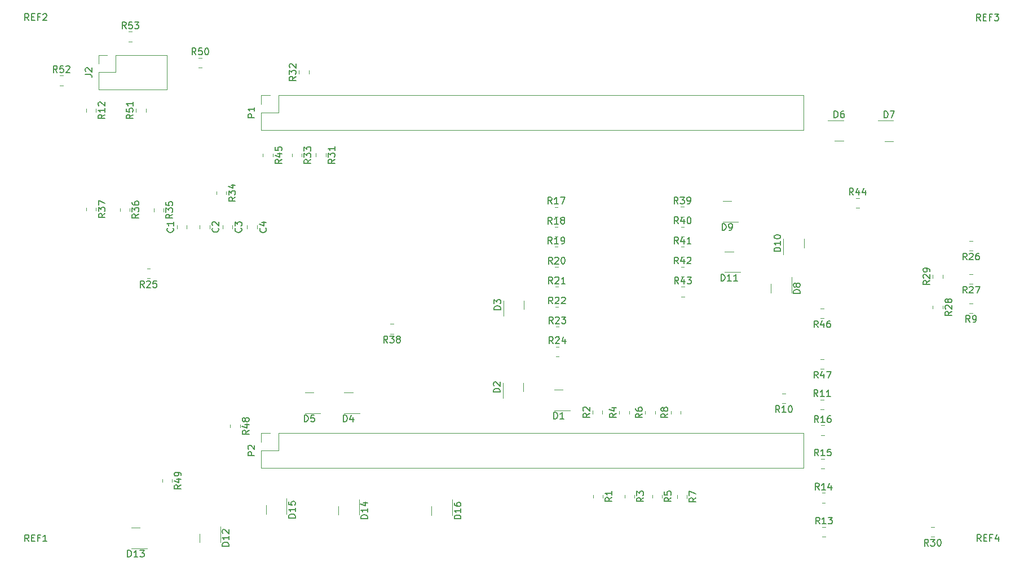
<source format=gbr>
%TF.GenerationSoftware,KiCad,Pcbnew,(6.0.9)*%
%TF.CreationDate,2022-12-05T20:20:54+01:00*%
%TF.ProjectId,projekt,70726f6a-656b-4742-9e6b-696361645f70,rev?*%
%TF.SameCoordinates,Original*%
%TF.FileFunction,Legend,Top*%
%TF.FilePolarity,Positive*%
%FSLAX46Y46*%
G04 Gerber Fmt 4.6, Leading zero omitted, Abs format (unit mm)*
G04 Created by KiCad (PCBNEW (6.0.9)) date 2022-12-05 20:20:54*
%MOMM*%
%LPD*%
G01*
G04 APERTURE LIST*
%ADD10C,0.150000*%
%ADD11C,0.120000*%
G04 APERTURE END LIST*
D10*
%TO.C,R4*%
X110689380Y-78855866D02*
X110213190Y-79189200D01*
X110689380Y-79427295D02*
X109689380Y-79427295D01*
X109689380Y-79046342D01*
X109737000Y-78951104D01*
X109784619Y-78903485D01*
X109879857Y-78855866D01*
X110022714Y-78855866D01*
X110117952Y-78903485D01*
X110165571Y-78951104D01*
X110213190Y-79046342D01*
X110213190Y-79427295D01*
X110022714Y-77998723D02*
X110689380Y-77998723D01*
X109641761Y-78236819D02*
X110356047Y-78474914D01*
X110356047Y-77855866D01*
%TO.C,R15*%
X141063742Y-85213180D02*
X140730409Y-84736990D01*
X140492314Y-85213180D02*
X140492314Y-84213180D01*
X140873266Y-84213180D01*
X140968504Y-84260800D01*
X141016123Y-84308419D01*
X141063742Y-84403657D01*
X141063742Y-84546514D01*
X141016123Y-84641752D01*
X140968504Y-84689371D01*
X140873266Y-84736990D01*
X140492314Y-84736990D01*
X142016123Y-85213180D02*
X141444695Y-85213180D01*
X141730409Y-85213180D02*
X141730409Y-84213180D01*
X141635171Y-84356038D01*
X141539933Y-84451276D01*
X141444695Y-84498895D01*
X142920885Y-84213180D02*
X142444695Y-84213180D01*
X142397076Y-84689371D01*
X142444695Y-84641752D01*
X142539933Y-84594133D01*
X142778028Y-84594133D01*
X142873266Y-84641752D01*
X142920885Y-84689371D01*
X142968504Y-84784609D01*
X142968504Y-85022704D01*
X142920885Y-85117942D01*
X142873266Y-85165561D01*
X142778028Y-85213180D01*
X142539933Y-85213180D01*
X142444695Y-85165561D01*
X142397076Y-85117942D01*
%TO.C,R17*%
X101033342Y-47341780D02*
X100700009Y-46865590D01*
X100461914Y-47341780D02*
X100461914Y-46341780D01*
X100842866Y-46341780D01*
X100938104Y-46389400D01*
X100985723Y-46437019D01*
X101033342Y-46532257D01*
X101033342Y-46675114D01*
X100985723Y-46770352D01*
X100938104Y-46817971D01*
X100842866Y-46865590D01*
X100461914Y-46865590D01*
X101985723Y-47341780D02*
X101414295Y-47341780D01*
X101700009Y-47341780D02*
X101700009Y-46341780D01*
X101604771Y-46484638D01*
X101509533Y-46579876D01*
X101414295Y-46627495D01*
X102319057Y-46341780D02*
X102985723Y-46341780D01*
X102557152Y-47341780D01*
%TO.C,R23*%
X101211142Y-65324980D02*
X100877809Y-64848790D01*
X100639714Y-65324980D02*
X100639714Y-64324980D01*
X101020666Y-64324980D01*
X101115904Y-64372600D01*
X101163523Y-64420219D01*
X101211142Y-64515457D01*
X101211142Y-64658314D01*
X101163523Y-64753552D01*
X101115904Y-64801171D01*
X101020666Y-64848790D01*
X100639714Y-64848790D01*
X101592095Y-64420219D02*
X101639714Y-64372600D01*
X101734952Y-64324980D01*
X101973047Y-64324980D01*
X102068285Y-64372600D01*
X102115904Y-64420219D01*
X102163523Y-64515457D01*
X102163523Y-64610695D01*
X102115904Y-64753552D01*
X101544476Y-65324980D01*
X102163523Y-65324980D01*
X102496857Y-64324980D02*
X103115904Y-64324980D01*
X102782571Y-64705933D01*
X102925428Y-64705933D01*
X103020666Y-64753552D01*
X103068285Y-64801171D01*
X103115904Y-64896409D01*
X103115904Y-65134504D01*
X103068285Y-65229742D01*
X103020666Y-65277361D01*
X102925428Y-65324980D01*
X102639714Y-65324980D01*
X102544476Y-65277361D01*
X102496857Y-65229742D01*
%TO.C,R37*%
X33953980Y-48801257D02*
X33477790Y-49134590D01*
X33953980Y-49372685D02*
X32953980Y-49372685D01*
X32953980Y-48991733D01*
X33001600Y-48896495D01*
X33049219Y-48848876D01*
X33144457Y-48801257D01*
X33287314Y-48801257D01*
X33382552Y-48848876D01*
X33430171Y-48896495D01*
X33477790Y-48991733D01*
X33477790Y-49372685D01*
X32953980Y-48467923D02*
X32953980Y-47848876D01*
X33334933Y-48182209D01*
X33334933Y-48039352D01*
X33382552Y-47944114D01*
X33430171Y-47896495D01*
X33525409Y-47848876D01*
X33763504Y-47848876D01*
X33858742Y-47896495D01*
X33906361Y-47944114D01*
X33953980Y-48039352D01*
X33953980Y-48325066D01*
X33906361Y-48420304D01*
X33858742Y-48467923D01*
X32953980Y-47515542D02*
X32953980Y-46848876D01*
X33953980Y-47277447D01*
%TO.C,R14*%
X141165342Y-90343980D02*
X140832009Y-89867790D01*
X140593914Y-90343980D02*
X140593914Y-89343980D01*
X140974866Y-89343980D01*
X141070104Y-89391600D01*
X141117723Y-89439219D01*
X141165342Y-89534457D01*
X141165342Y-89677314D01*
X141117723Y-89772552D01*
X141070104Y-89820171D01*
X140974866Y-89867790D01*
X140593914Y-89867790D01*
X142117723Y-90343980D02*
X141546295Y-90343980D01*
X141832009Y-90343980D02*
X141832009Y-89343980D01*
X141736771Y-89486838D01*
X141641533Y-89582076D01*
X141546295Y-89629695D01*
X142974866Y-89677314D02*
X142974866Y-90343980D01*
X142736771Y-89296361D02*
X142498676Y-90010647D01*
X143117723Y-90010647D01*
%TO.C,R22*%
X101160342Y-62353180D02*
X100827009Y-61876990D01*
X100588914Y-62353180D02*
X100588914Y-61353180D01*
X100969866Y-61353180D01*
X101065104Y-61400800D01*
X101112723Y-61448419D01*
X101160342Y-61543657D01*
X101160342Y-61686514D01*
X101112723Y-61781752D01*
X101065104Y-61829371D01*
X100969866Y-61876990D01*
X100588914Y-61876990D01*
X101541295Y-61448419D02*
X101588914Y-61400800D01*
X101684152Y-61353180D01*
X101922247Y-61353180D01*
X102017485Y-61400800D01*
X102065104Y-61448419D01*
X102112723Y-61543657D01*
X102112723Y-61638895D01*
X102065104Y-61781752D01*
X101493676Y-62353180D01*
X102112723Y-62353180D01*
X102493676Y-61448419D02*
X102541295Y-61400800D01*
X102636533Y-61353180D01*
X102874628Y-61353180D01*
X102969866Y-61400800D01*
X103017485Y-61448419D01*
X103065104Y-61543657D01*
X103065104Y-61638895D01*
X103017485Y-61781752D01*
X102446057Y-62353180D01*
X103065104Y-62353180D01*
%TO.C,R28*%
X161080980Y-63507857D02*
X160604790Y-63841190D01*
X161080980Y-64079285D02*
X160080980Y-64079285D01*
X160080980Y-63698333D01*
X160128600Y-63603095D01*
X160176219Y-63555476D01*
X160271457Y-63507857D01*
X160414314Y-63507857D01*
X160509552Y-63555476D01*
X160557171Y-63603095D01*
X160604790Y-63698333D01*
X160604790Y-64079285D01*
X160176219Y-63126904D02*
X160128600Y-63079285D01*
X160080980Y-62984047D01*
X160080980Y-62745952D01*
X160128600Y-62650714D01*
X160176219Y-62603095D01*
X160271457Y-62555476D01*
X160366695Y-62555476D01*
X160509552Y-62603095D01*
X161080980Y-63174523D01*
X161080980Y-62555476D01*
X160509552Y-61984047D02*
X160461933Y-62079285D01*
X160414314Y-62126904D01*
X160319076Y-62174523D01*
X160271457Y-62174523D01*
X160176219Y-62126904D01*
X160128600Y-62079285D01*
X160080980Y-61984047D01*
X160080980Y-61793571D01*
X160128600Y-61698333D01*
X160176219Y-61650714D01*
X160271457Y-61603095D01*
X160319076Y-61603095D01*
X160414314Y-61650714D01*
X160461933Y-61698333D01*
X160509552Y-61793571D01*
X160509552Y-61984047D01*
X160557171Y-62079285D01*
X160604790Y-62126904D01*
X160700028Y-62174523D01*
X160890504Y-62174523D01*
X160985742Y-62126904D01*
X161033361Y-62079285D01*
X161080980Y-61984047D01*
X161080980Y-61793571D01*
X161033361Y-61698333D01*
X160985742Y-61650714D01*
X160890504Y-61603095D01*
X160700028Y-61603095D01*
X160604790Y-61650714D01*
X160557171Y-61698333D01*
X160509552Y-61793571D01*
%TO.C,R20*%
X101109542Y-56358780D02*
X100776209Y-55882590D01*
X100538114Y-56358780D02*
X100538114Y-55358780D01*
X100919066Y-55358780D01*
X101014304Y-55406400D01*
X101061923Y-55454019D01*
X101109542Y-55549257D01*
X101109542Y-55692114D01*
X101061923Y-55787352D01*
X101014304Y-55834971D01*
X100919066Y-55882590D01*
X100538114Y-55882590D01*
X101490495Y-55454019D02*
X101538114Y-55406400D01*
X101633352Y-55358780D01*
X101871447Y-55358780D01*
X101966685Y-55406400D01*
X102014304Y-55454019D01*
X102061923Y-55549257D01*
X102061923Y-55644495D01*
X102014304Y-55787352D01*
X101442876Y-56358780D01*
X102061923Y-56358780D01*
X102680971Y-55358780D02*
X102776209Y-55358780D01*
X102871447Y-55406400D01*
X102919066Y-55454019D01*
X102966685Y-55549257D01*
X103014304Y-55739733D01*
X103014304Y-55977828D01*
X102966685Y-56168304D01*
X102919066Y-56263542D01*
X102871447Y-56311161D01*
X102776209Y-56358780D01*
X102680971Y-56358780D01*
X102585733Y-56311161D01*
X102538114Y-56263542D01*
X102490495Y-56168304D01*
X102442876Y-55977828D01*
X102442876Y-55739733D01*
X102490495Y-55549257D01*
X102538114Y-55454019D01*
X102585733Y-55406400D01*
X102680971Y-55358780D01*
%TO.C,R45*%
X60496980Y-40647857D02*
X60020790Y-40981190D01*
X60496980Y-41219285D02*
X59496980Y-41219285D01*
X59496980Y-40838333D01*
X59544600Y-40743095D01*
X59592219Y-40695476D01*
X59687457Y-40647857D01*
X59830314Y-40647857D01*
X59925552Y-40695476D01*
X59973171Y-40743095D01*
X60020790Y-40838333D01*
X60020790Y-41219285D01*
X59830314Y-39790714D02*
X60496980Y-39790714D01*
X59449361Y-40028809D02*
X60163647Y-40266904D01*
X60163647Y-39647857D01*
X59496980Y-38790714D02*
X59496980Y-39266904D01*
X59973171Y-39314523D01*
X59925552Y-39266904D01*
X59877933Y-39171666D01*
X59877933Y-38933571D01*
X59925552Y-38838333D01*
X59973171Y-38790714D01*
X60068409Y-38743095D01*
X60306504Y-38743095D01*
X60401742Y-38790714D01*
X60449361Y-38838333D01*
X60496980Y-38933571D01*
X60496980Y-39171666D01*
X60449361Y-39266904D01*
X60401742Y-39314523D01*
%TO.C,D7*%
X150925304Y-34399780D02*
X150925304Y-33399780D01*
X151163400Y-33399780D01*
X151306257Y-33447400D01*
X151401495Y-33542638D01*
X151449114Y-33637876D01*
X151496733Y-33828352D01*
X151496733Y-33971209D01*
X151449114Y-34161685D01*
X151401495Y-34256923D01*
X151306257Y-34352161D01*
X151163400Y-34399780D01*
X150925304Y-34399780D01*
X151830066Y-33399780D02*
X152496733Y-33399780D01*
X152068161Y-34399780D01*
%TO.C,R35*%
X44088580Y-48902857D02*
X43612390Y-49236190D01*
X44088580Y-49474285D02*
X43088580Y-49474285D01*
X43088580Y-49093333D01*
X43136200Y-48998095D01*
X43183819Y-48950476D01*
X43279057Y-48902857D01*
X43421914Y-48902857D01*
X43517152Y-48950476D01*
X43564771Y-48998095D01*
X43612390Y-49093333D01*
X43612390Y-49474285D01*
X43088580Y-48569523D02*
X43088580Y-47950476D01*
X43469533Y-48283809D01*
X43469533Y-48140952D01*
X43517152Y-48045714D01*
X43564771Y-47998095D01*
X43660009Y-47950476D01*
X43898104Y-47950476D01*
X43993342Y-47998095D01*
X44040961Y-48045714D01*
X44088580Y-48140952D01*
X44088580Y-48426666D01*
X44040961Y-48521904D01*
X43993342Y-48569523D01*
X43088580Y-47045714D02*
X43088580Y-47521904D01*
X43564771Y-47569523D01*
X43517152Y-47521904D01*
X43469533Y-47426666D01*
X43469533Y-47188571D01*
X43517152Y-47093333D01*
X43564771Y-47045714D01*
X43660009Y-46998095D01*
X43898104Y-46998095D01*
X43993342Y-47045714D01*
X44040961Y-47093333D01*
X44088580Y-47188571D01*
X44088580Y-47426666D01*
X44040961Y-47521904D01*
X43993342Y-47569523D01*
%TO.C,R12*%
X33928580Y-33916857D02*
X33452390Y-34250190D01*
X33928580Y-34488285D02*
X32928580Y-34488285D01*
X32928580Y-34107333D01*
X32976200Y-34012095D01*
X33023819Y-33964476D01*
X33119057Y-33916857D01*
X33261914Y-33916857D01*
X33357152Y-33964476D01*
X33404771Y-34012095D01*
X33452390Y-34107333D01*
X33452390Y-34488285D01*
X33928580Y-32964476D02*
X33928580Y-33535904D01*
X33928580Y-33250190D02*
X32928580Y-33250190D01*
X33071438Y-33345428D01*
X33166676Y-33440666D01*
X33214295Y-33535904D01*
X33023819Y-32583523D02*
X32976200Y-32535904D01*
X32928580Y-32440666D01*
X32928580Y-32202571D01*
X32976200Y-32107333D01*
X33023819Y-32059714D01*
X33119057Y-32012095D01*
X33214295Y-32012095D01*
X33357152Y-32059714D01*
X33928580Y-32631142D01*
X33928580Y-32012095D01*
%TO.C,D10*%
X135390180Y-54478085D02*
X134390180Y-54478085D01*
X134390180Y-54239990D01*
X134437800Y-54097133D01*
X134533038Y-54001895D01*
X134628276Y-53954276D01*
X134818752Y-53906657D01*
X134961609Y-53906657D01*
X135152085Y-53954276D01*
X135247323Y-54001895D01*
X135342561Y-54097133D01*
X135390180Y-54239990D01*
X135390180Y-54478085D01*
X135390180Y-52954276D02*
X135390180Y-53525704D01*
X135390180Y-53239990D02*
X134390180Y-53239990D01*
X134533038Y-53335228D01*
X134628276Y-53430466D01*
X134675895Y-53525704D01*
X134390180Y-52335228D02*
X134390180Y-52239990D01*
X134437800Y-52144752D01*
X134485419Y-52097133D01*
X134580657Y-52049514D01*
X134771133Y-52001895D01*
X135009228Y-52001895D01*
X135199704Y-52049514D01*
X135294942Y-52097133D01*
X135342561Y-52144752D01*
X135390180Y-52239990D01*
X135390180Y-52335228D01*
X135342561Y-52430466D01*
X135294942Y-52478085D01*
X135199704Y-52525704D01*
X135009228Y-52573323D01*
X134771133Y-52573323D01*
X134580657Y-52525704D01*
X134485419Y-52478085D01*
X134437800Y-52430466D01*
X134390180Y-52335228D01*
%TO.C,R30*%
X157573742Y-98774780D02*
X157240409Y-98298590D01*
X157002314Y-98774780D02*
X157002314Y-97774780D01*
X157383266Y-97774780D01*
X157478504Y-97822400D01*
X157526123Y-97870019D01*
X157573742Y-97965257D01*
X157573742Y-98108114D01*
X157526123Y-98203352D01*
X157478504Y-98250971D01*
X157383266Y-98298590D01*
X157002314Y-98298590D01*
X157907076Y-97774780D02*
X158526123Y-97774780D01*
X158192790Y-98155733D01*
X158335647Y-98155733D01*
X158430885Y-98203352D01*
X158478504Y-98250971D01*
X158526123Y-98346209D01*
X158526123Y-98584304D01*
X158478504Y-98679542D01*
X158430885Y-98727161D01*
X158335647Y-98774780D01*
X158049933Y-98774780D01*
X157954695Y-98727161D01*
X157907076Y-98679542D01*
X159145171Y-97774780D02*
X159240409Y-97774780D01*
X159335647Y-97822400D01*
X159383266Y-97870019D01*
X159430885Y-97965257D01*
X159478504Y-98155733D01*
X159478504Y-98393828D01*
X159430885Y-98584304D01*
X159383266Y-98679542D01*
X159335647Y-98727161D01*
X159240409Y-98774780D01*
X159145171Y-98774780D01*
X159049933Y-98727161D01*
X159002314Y-98679542D01*
X158954695Y-98584304D01*
X158907076Y-98393828D01*
X158907076Y-98155733D01*
X158954695Y-97965257D01*
X159002314Y-97870019D01*
X159049933Y-97822400D01*
X159145171Y-97774780D01*
%TO.C,R7*%
X122676180Y-91530466D02*
X122199990Y-91863800D01*
X122676180Y-92101895D02*
X121676180Y-92101895D01*
X121676180Y-91720942D01*
X121723800Y-91625704D01*
X121771419Y-91578085D01*
X121866657Y-91530466D01*
X122009514Y-91530466D01*
X122104752Y-91578085D01*
X122152371Y-91625704D01*
X122199990Y-91720942D01*
X122199990Y-92101895D01*
X121676180Y-91197133D02*
X121676180Y-90530466D01*
X122676180Y-90959038D01*
%TO.C,REF1*%
X22498180Y-98080980D02*
X22164847Y-97604790D01*
X21926752Y-98080980D02*
X21926752Y-97080980D01*
X22307704Y-97080980D01*
X22402942Y-97128600D01*
X22450561Y-97176219D01*
X22498180Y-97271457D01*
X22498180Y-97414314D01*
X22450561Y-97509552D01*
X22402942Y-97557171D01*
X22307704Y-97604790D01*
X21926752Y-97604790D01*
X22926752Y-97557171D02*
X23260085Y-97557171D01*
X23402942Y-98080980D02*
X22926752Y-98080980D01*
X22926752Y-97080980D01*
X23402942Y-97080980D01*
X24164847Y-97557171D02*
X23831514Y-97557171D01*
X23831514Y-98080980D02*
X23831514Y-97080980D01*
X24307704Y-97080980D01*
X25212466Y-98080980D02*
X24641038Y-98080980D01*
X24926752Y-98080980D02*
X24926752Y-97080980D01*
X24831514Y-97223838D01*
X24736276Y-97319076D01*
X24641038Y-97366695D01*
%TO.C,R46*%
X140987542Y-65907180D02*
X140654209Y-65430990D01*
X140416114Y-65907180D02*
X140416114Y-64907180D01*
X140797066Y-64907180D01*
X140892304Y-64954800D01*
X140939923Y-65002419D01*
X140987542Y-65097657D01*
X140987542Y-65240514D01*
X140939923Y-65335752D01*
X140892304Y-65383371D01*
X140797066Y-65430990D01*
X140416114Y-65430990D01*
X141844685Y-65240514D02*
X141844685Y-65907180D01*
X141606590Y-64859561D02*
X141368495Y-65573847D01*
X141987542Y-65573847D01*
X142797066Y-64907180D02*
X142606590Y-64907180D01*
X142511352Y-64954800D01*
X142463733Y-65002419D01*
X142368495Y-65145276D01*
X142320876Y-65335752D01*
X142320876Y-65716704D01*
X142368495Y-65811942D01*
X142416114Y-65859561D01*
X142511352Y-65907180D01*
X142701828Y-65907180D01*
X142797066Y-65859561D01*
X142844685Y-65811942D01*
X142892304Y-65716704D01*
X142892304Y-65478609D01*
X142844685Y-65383371D01*
X142797066Y-65335752D01*
X142701828Y-65288133D01*
X142511352Y-65288133D01*
X142416114Y-65335752D01*
X142368495Y-65383371D01*
X142320876Y-65478609D01*
%TO.C,D11*%
X126446114Y-58910180D02*
X126446114Y-57910180D01*
X126684209Y-57910180D01*
X126827066Y-57957800D01*
X126922304Y-58053038D01*
X126969923Y-58148276D01*
X127017542Y-58338752D01*
X127017542Y-58481609D01*
X126969923Y-58672085D01*
X126922304Y-58767323D01*
X126827066Y-58862561D01*
X126684209Y-58910180D01*
X126446114Y-58910180D01*
X127969923Y-58910180D02*
X127398495Y-58910180D01*
X127684209Y-58910180D02*
X127684209Y-57910180D01*
X127588971Y-58053038D01*
X127493733Y-58148276D01*
X127398495Y-58195895D01*
X128922304Y-58910180D02*
X128350876Y-58910180D01*
X128636590Y-58910180D02*
X128636590Y-57910180D01*
X128541352Y-58053038D01*
X128446114Y-58148276D01*
X128350876Y-58195895D01*
%TO.C,R11*%
X140962142Y-76297780D02*
X140628809Y-75821590D01*
X140390714Y-76297780D02*
X140390714Y-75297780D01*
X140771666Y-75297780D01*
X140866904Y-75345400D01*
X140914523Y-75393019D01*
X140962142Y-75488257D01*
X140962142Y-75631114D01*
X140914523Y-75726352D01*
X140866904Y-75773971D01*
X140771666Y-75821590D01*
X140390714Y-75821590D01*
X141914523Y-76297780D02*
X141343095Y-76297780D01*
X141628809Y-76297780D02*
X141628809Y-75297780D01*
X141533571Y-75440638D01*
X141438333Y-75535876D01*
X141343095Y-75583495D01*
X142866904Y-76297780D02*
X142295476Y-76297780D01*
X142581190Y-76297780D02*
X142581190Y-75297780D01*
X142485952Y-75440638D01*
X142390714Y-75535876D01*
X142295476Y-75583495D01*
%TO.C,D12*%
X52534780Y-98775685D02*
X51534780Y-98775685D01*
X51534780Y-98537590D01*
X51582400Y-98394733D01*
X51677638Y-98299495D01*
X51772876Y-98251876D01*
X51963352Y-98204257D01*
X52106209Y-98204257D01*
X52296685Y-98251876D01*
X52391923Y-98299495D01*
X52487161Y-98394733D01*
X52534780Y-98537590D01*
X52534780Y-98775685D01*
X52534780Y-97251876D02*
X52534780Y-97823304D01*
X52534780Y-97537590D02*
X51534780Y-97537590D01*
X51677638Y-97632828D01*
X51772876Y-97728066D01*
X51820495Y-97823304D01*
X51630019Y-96870923D02*
X51582400Y-96823304D01*
X51534780Y-96728066D01*
X51534780Y-96489971D01*
X51582400Y-96394733D01*
X51630019Y-96347114D01*
X51725257Y-96299495D01*
X51820495Y-96299495D01*
X51963352Y-96347114D01*
X52534780Y-96918542D01*
X52534780Y-96299495D01*
%TO.C,R9*%
X163815733Y-65119780D02*
X163482400Y-64643590D01*
X163244304Y-65119780D02*
X163244304Y-64119780D01*
X163625257Y-64119780D01*
X163720495Y-64167400D01*
X163768114Y-64215019D01*
X163815733Y-64310257D01*
X163815733Y-64453114D01*
X163768114Y-64548352D01*
X163720495Y-64595971D01*
X163625257Y-64643590D01*
X163244304Y-64643590D01*
X164291923Y-65119780D02*
X164482400Y-65119780D01*
X164577638Y-65072161D01*
X164625257Y-65024542D01*
X164720495Y-64881685D01*
X164768114Y-64691209D01*
X164768114Y-64310257D01*
X164720495Y-64215019D01*
X164672876Y-64167400D01*
X164577638Y-64119780D01*
X164387161Y-64119780D01*
X164291923Y-64167400D01*
X164244304Y-64215019D01*
X164196685Y-64310257D01*
X164196685Y-64548352D01*
X164244304Y-64643590D01*
X164291923Y-64691209D01*
X164387161Y-64738828D01*
X164577638Y-64738828D01*
X164672876Y-64691209D01*
X164720495Y-64643590D01*
X164768114Y-64548352D01*
%TO.C,R18*%
X101033342Y-50338980D02*
X100700009Y-49862790D01*
X100461914Y-50338980D02*
X100461914Y-49338980D01*
X100842866Y-49338980D01*
X100938104Y-49386600D01*
X100985723Y-49434219D01*
X101033342Y-49529457D01*
X101033342Y-49672314D01*
X100985723Y-49767552D01*
X100938104Y-49815171D01*
X100842866Y-49862790D01*
X100461914Y-49862790D01*
X101985723Y-50338980D02*
X101414295Y-50338980D01*
X101700009Y-50338980D02*
X101700009Y-49338980D01*
X101604771Y-49481838D01*
X101509533Y-49577076D01*
X101414295Y-49624695D01*
X102557152Y-49767552D02*
X102461914Y-49719933D01*
X102414295Y-49672314D01*
X102366676Y-49577076D01*
X102366676Y-49529457D01*
X102414295Y-49434219D01*
X102461914Y-49386600D01*
X102557152Y-49338980D01*
X102747628Y-49338980D01*
X102842866Y-49386600D01*
X102890485Y-49434219D01*
X102938104Y-49529457D01*
X102938104Y-49577076D01*
X102890485Y-49672314D01*
X102842866Y-49719933D01*
X102747628Y-49767552D01*
X102557152Y-49767552D01*
X102461914Y-49815171D01*
X102414295Y-49862790D01*
X102366676Y-49958028D01*
X102366676Y-50148504D01*
X102414295Y-50243742D01*
X102461914Y-50291361D01*
X102557152Y-50338980D01*
X102747628Y-50338980D01*
X102842866Y-50291361D01*
X102890485Y-50243742D01*
X102938104Y-50148504D01*
X102938104Y-49958028D01*
X102890485Y-49862790D01*
X102842866Y-49815171D01*
X102747628Y-49767552D01*
%TO.C,D8*%
X138310580Y-60783695D02*
X137310580Y-60783695D01*
X137310580Y-60545600D01*
X137358200Y-60402742D01*
X137453438Y-60307504D01*
X137548676Y-60259885D01*
X137739152Y-60212266D01*
X137882009Y-60212266D01*
X138072485Y-60259885D01*
X138167723Y-60307504D01*
X138262961Y-60402742D01*
X138310580Y-60545600D01*
X138310580Y-60783695D01*
X137739152Y-59640838D02*
X137691533Y-59736076D01*
X137643914Y-59783695D01*
X137548676Y-59831314D01*
X137501057Y-59831314D01*
X137405819Y-59783695D01*
X137358200Y-59736076D01*
X137310580Y-59640838D01*
X137310580Y-59450361D01*
X137358200Y-59355123D01*
X137405819Y-59307504D01*
X137501057Y-59259885D01*
X137548676Y-59259885D01*
X137643914Y-59307504D01*
X137691533Y-59355123D01*
X137739152Y-59450361D01*
X137739152Y-59640838D01*
X137786771Y-59736076D01*
X137834390Y-59783695D01*
X137929628Y-59831314D01*
X138120104Y-59831314D01*
X138215342Y-59783695D01*
X138262961Y-59736076D01*
X138310580Y-59640838D01*
X138310580Y-59450361D01*
X138262961Y-59355123D01*
X138215342Y-59307504D01*
X138120104Y-59259885D01*
X137929628Y-59259885D01*
X137834390Y-59307504D01*
X137786771Y-59355123D01*
X137739152Y-59450361D01*
%TO.C,R5*%
X118942380Y-91505066D02*
X118466190Y-91838400D01*
X118942380Y-92076495D02*
X117942380Y-92076495D01*
X117942380Y-91695542D01*
X117990000Y-91600304D01*
X118037619Y-91552685D01*
X118132857Y-91505066D01*
X118275714Y-91505066D01*
X118370952Y-91552685D01*
X118418571Y-91600304D01*
X118466190Y-91695542D01*
X118466190Y-92076495D01*
X117942380Y-90600304D02*
X117942380Y-91076495D01*
X118418571Y-91124114D01*
X118370952Y-91076495D01*
X118323333Y-90981257D01*
X118323333Y-90743161D01*
X118370952Y-90647923D01*
X118418571Y-90600304D01*
X118513809Y-90552685D01*
X118751904Y-90552685D01*
X118847142Y-90600304D01*
X118894761Y-90647923D01*
X118942380Y-90743161D01*
X118942380Y-90981257D01*
X118894761Y-91076495D01*
X118847142Y-91124114D01*
%TO.C,D16*%
X87383580Y-94686285D02*
X86383580Y-94686285D01*
X86383580Y-94448190D01*
X86431200Y-94305333D01*
X86526438Y-94210095D01*
X86621676Y-94162476D01*
X86812152Y-94114857D01*
X86955009Y-94114857D01*
X87145485Y-94162476D01*
X87240723Y-94210095D01*
X87335961Y-94305333D01*
X87383580Y-94448190D01*
X87383580Y-94686285D01*
X87383580Y-93162476D02*
X87383580Y-93733904D01*
X87383580Y-93448190D02*
X86383580Y-93448190D01*
X86526438Y-93543428D01*
X86621676Y-93638666D01*
X86669295Y-93733904D01*
X86383580Y-92305333D02*
X86383580Y-92495809D01*
X86431200Y-92591047D01*
X86478819Y-92638666D01*
X86621676Y-92733904D01*
X86812152Y-92781523D01*
X87193104Y-92781523D01*
X87288342Y-92733904D01*
X87335961Y-92686285D01*
X87383580Y-92591047D01*
X87383580Y-92400571D01*
X87335961Y-92305333D01*
X87288342Y-92257714D01*
X87193104Y-92210095D01*
X86955009Y-92210095D01*
X86859771Y-92257714D01*
X86812152Y-92305333D01*
X86764533Y-92400571D01*
X86764533Y-92591047D01*
X86812152Y-92686285D01*
X86859771Y-92733904D01*
X86955009Y-92781523D01*
%TO.C,R13*%
X141241542Y-95449380D02*
X140908209Y-94973190D01*
X140670114Y-95449380D02*
X140670114Y-94449380D01*
X141051066Y-94449380D01*
X141146304Y-94497000D01*
X141193923Y-94544619D01*
X141241542Y-94639857D01*
X141241542Y-94782714D01*
X141193923Y-94877952D01*
X141146304Y-94925571D01*
X141051066Y-94973190D01*
X140670114Y-94973190D01*
X142193923Y-95449380D02*
X141622495Y-95449380D01*
X141908209Y-95449380D02*
X141908209Y-94449380D01*
X141812971Y-94592238D01*
X141717733Y-94687476D01*
X141622495Y-94735095D01*
X142527257Y-94449380D02*
X143146304Y-94449380D01*
X142812971Y-94830333D01*
X142955828Y-94830333D01*
X143051066Y-94877952D01*
X143098685Y-94925571D01*
X143146304Y-95020809D01*
X143146304Y-95258904D01*
X143098685Y-95354142D01*
X143051066Y-95401761D01*
X142955828Y-95449380D01*
X142670114Y-95449380D01*
X142574876Y-95401761D01*
X142527257Y-95354142D01*
%TO.C,D1*%
X101319104Y-79661980D02*
X101319104Y-78661980D01*
X101557200Y-78661980D01*
X101700057Y-78709600D01*
X101795295Y-78804838D01*
X101842914Y-78900076D01*
X101890533Y-79090552D01*
X101890533Y-79233409D01*
X101842914Y-79423885D01*
X101795295Y-79519123D01*
X101700057Y-79614361D01*
X101557200Y-79661980D01*
X101319104Y-79661980D01*
X102842914Y-79661980D02*
X102271485Y-79661980D01*
X102557200Y-79661980D02*
X102557200Y-78661980D01*
X102461961Y-78804838D01*
X102366723Y-78900076D01*
X102271485Y-78947695D01*
%TO.C,R44*%
X146296142Y-45995580D02*
X145962809Y-45519390D01*
X145724714Y-45995580D02*
X145724714Y-44995580D01*
X146105666Y-44995580D01*
X146200904Y-45043200D01*
X146248523Y-45090819D01*
X146296142Y-45186057D01*
X146296142Y-45328914D01*
X146248523Y-45424152D01*
X146200904Y-45471771D01*
X146105666Y-45519390D01*
X145724714Y-45519390D01*
X147153285Y-45328914D02*
X147153285Y-45995580D01*
X146915190Y-44947961D02*
X146677095Y-45662247D01*
X147296142Y-45662247D01*
X148105666Y-45328914D02*
X148105666Y-45995580D01*
X147867571Y-44947961D02*
X147629476Y-45662247D01*
X148248523Y-45662247D01*
%TO.C,R27*%
X163339542Y-60750980D02*
X163006209Y-60274790D01*
X162768114Y-60750980D02*
X162768114Y-59750980D01*
X163149066Y-59750980D01*
X163244304Y-59798600D01*
X163291923Y-59846219D01*
X163339542Y-59941457D01*
X163339542Y-60084314D01*
X163291923Y-60179552D01*
X163244304Y-60227171D01*
X163149066Y-60274790D01*
X162768114Y-60274790D01*
X163720495Y-59846219D02*
X163768114Y-59798600D01*
X163863352Y-59750980D01*
X164101447Y-59750980D01*
X164196685Y-59798600D01*
X164244304Y-59846219D01*
X164291923Y-59941457D01*
X164291923Y-60036695D01*
X164244304Y-60179552D01*
X163672876Y-60750980D01*
X164291923Y-60750980D01*
X164625257Y-59750980D02*
X165291923Y-59750980D01*
X164863352Y-60750980D01*
%TO.C,R53*%
X37101542Y-21001980D02*
X36768209Y-20525790D01*
X36530114Y-21001980D02*
X36530114Y-20001980D01*
X36911066Y-20001980D01*
X37006304Y-20049600D01*
X37053923Y-20097219D01*
X37101542Y-20192457D01*
X37101542Y-20335314D01*
X37053923Y-20430552D01*
X37006304Y-20478171D01*
X36911066Y-20525790D01*
X36530114Y-20525790D01*
X38006304Y-20001980D02*
X37530114Y-20001980D01*
X37482495Y-20478171D01*
X37530114Y-20430552D01*
X37625352Y-20382933D01*
X37863447Y-20382933D01*
X37958685Y-20430552D01*
X38006304Y-20478171D01*
X38053923Y-20573409D01*
X38053923Y-20811504D01*
X38006304Y-20906742D01*
X37958685Y-20954361D01*
X37863447Y-21001980D01*
X37625352Y-21001980D01*
X37530114Y-20954361D01*
X37482495Y-20906742D01*
X38387257Y-20001980D02*
X39006304Y-20001980D01*
X38672971Y-20382933D01*
X38815828Y-20382933D01*
X38911066Y-20430552D01*
X38958685Y-20478171D01*
X39006304Y-20573409D01*
X39006304Y-20811504D01*
X38958685Y-20906742D01*
X38911066Y-20954361D01*
X38815828Y-21001980D01*
X38530114Y-21001980D01*
X38434876Y-20954361D01*
X38387257Y-20906742D01*
%TO.C,R49*%
X45358580Y-89593657D02*
X44882390Y-89926990D01*
X45358580Y-90165085D02*
X44358580Y-90165085D01*
X44358580Y-89784133D01*
X44406200Y-89688895D01*
X44453819Y-89641276D01*
X44549057Y-89593657D01*
X44691914Y-89593657D01*
X44787152Y-89641276D01*
X44834771Y-89688895D01*
X44882390Y-89784133D01*
X44882390Y-90165085D01*
X44691914Y-88736514D02*
X45358580Y-88736514D01*
X44310961Y-88974609D02*
X45025247Y-89212704D01*
X45025247Y-88593657D01*
X45358580Y-88165085D02*
X45358580Y-87974609D01*
X45310961Y-87879371D01*
X45263342Y-87831752D01*
X45120485Y-87736514D01*
X44930009Y-87688895D01*
X44549057Y-87688895D01*
X44453819Y-87736514D01*
X44406200Y-87784133D01*
X44358580Y-87879371D01*
X44358580Y-88069847D01*
X44406200Y-88165085D01*
X44453819Y-88212704D01*
X44549057Y-88260323D01*
X44787152Y-88260323D01*
X44882390Y-88212704D01*
X44930009Y-88165085D01*
X44977628Y-88069847D01*
X44977628Y-87879371D01*
X44930009Y-87784133D01*
X44882390Y-87736514D01*
X44787152Y-87688895D01*
%TO.C,R29*%
X157780980Y-58885057D02*
X157304790Y-59218390D01*
X157780980Y-59456485D02*
X156780980Y-59456485D01*
X156780980Y-59075533D01*
X156828600Y-58980295D01*
X156876219Y-58932676D01*
X156971457Y-58885057D01*
X157114314Y-58885057D01*
X157209552Y-58932676D01*
X157257171Y-58980295D01*
X157304790Y-59075533D01*
X157304790Y-59456485D01*
X156876219Y-58504104D02*
X156828600Y-58456485D01*
X156780980Y-58361247D01*
X156780980Y-58123152D01*
X156828600Y-58027914D01*
X156876219Y-57980295D01*
X156971457Y-57932676D01*
X157066695Y-57932676D01*
X157209552Y-57980295D01*
X157780980Y-58551723D01*
X157780980Y-57932676D01*
X157780980Y-57456485D02*
X157780980Y-57266009D01*
X157733361Y-57170771D01*
X157685742Y-57123152D01*
X157542885Y-57027914D01*
X157352409Y-56980295D01*
X156971457Y-56980295D01*
X156876219Y-57027914D01*
X156828600Y-57075533D01*
X156780980Y-57170771D01*
X156780980Y-57361247D01*
X156828600Y-57456485D01*
X156876219Y-57504104D01*
X156971457Y-57551723D01*
X157209552Y-57551723D01*
X157304790Y-57504104D01*
X157352409Y-57456485D01*
X157400028Y-57361247D01*
X157400028Y-57170771D01*
X157352409Y-57075533D01*
X157304790Y-57027914D01*
X157209552Y-56980295D01*
%TO.C,R47*%
X140987542Y-73527180D02*
X140654209Y-73050990D01*
X140416114Y-73527180D02*
X140416114Y-72527180D01*
X140797066Y-72527180D01*
X140892304Y-72574800D01*
X140939923Y-72622419D01*
X140987542Y-72717657D01*
X140987542Y-72860514D01*
X140939923Y-72955752D01*
X140892304Y-73003371D01*
X140797066Y-73050990D01*
X140416114Y-73050990D01*
X141844685Y-72860514D02*
X141844685Y-73527180D01*
X141606590Y-72479561D02*
X141368495Y-73193847D01*
X141987542Y-73193847D01*
X142273257Y-72527180D02*
X142939923Y-72527180D01*
X142511352Y-73527180D01*
%TO.C,P2*%
X56398380Y-85158095D02*
X55398380Y-85158095D01*
X55398380Y-84777142D01*
X55446000Y-84681904D01*
X55493619Y-84634285D01*
X55588857Y-84586666D01*
X55731714Y-84586666D01*
X55826952Y-84634285D01*
X55874571Y-84681904D01*
X55922190Y-84777142D01*
X55922190Y-85158095D01*
X55493619Y-84205714D02*
X55446000Y-84158095D01*
X55398380Y-84062857D01*
X55398380Y-83824761D01*
X55446000Y-83729523D01*
X55493619Y-83681904D01*
X55588857Y-83634285D01*
X55684095Y-83634285D01*
X55826952Y-83681904D01*
X56398380Y-84253333D01*
X56398380Y-83634285D01*
%TO.C,R32*%
X62607180Y-28176457D02*
X62130990Y-28509790D01*
X62607180Y-28747885D02*
X61607180Y-28747885D01*
X61607180Y-28366933D01*
X61654800Y-28271695D01*
X61702419Y-28224076D01*
X61797657Y-28176457D01*
X61940514Y-28176457D01*
X62035752Y-28224076D01*
X62083371Y-28271695D01*
X62130990Y-28366933D01*
X62130990Y-28747885D01*
X61607180Y-27843123D02*
X61607180Y-27224076D01*
X61988133Y-27557409D01*
X61988133Y-27414552D01*
X62035752Y-27319314D01*
X62083371Y-27271695D01*
X62178609Y-27224076D01*
X62416704Y-27224076D01*
X62511942Y-27271695D01*
X62559561Y-27319314D01*
X62607180Y-27414552D01*
X62607180Y-27700266D01*
X62559561Y-27795504D01*
X62511942Y-27843123D01*
X61702419Y-26843123D02*
X61654800Y-26795504D01*
X61607180Y-26700266D01*
X61607180Y-26462171D01*
X61654800Y-26366933D01*
X61702419Y-26319314D01*
X61797657Y-26271695D01*
X61892895Y-26271695D01*
X62035752Y-26319314D01*
X62607180Y-26890742D01*
X62607180Y-26271695D01*
%TO.C,R33*%
X64840380Y-40673257D02*
X64364190Y-41006590D01*
X64840380Y-41244685D02*
X63840380Y-41244685D01*
X63840380Y-40863733D01*
X63888000Y-40768495D01*
X63935619Y-40720876D01*
X64030857Y-40673257D01*
X64173714Y-40673257D01*
X64268952Y-40720876D01*
X64316571Y-40768495D01*
X64364190Y-40863733D01*
X64364190Y-41244685D01*
X63840380Y-40339923D02*
X63840380Y-39720876D01*
X64221333Y-40054209D01*
X64221333Y-39911352D01*
X64268952Y-39816114D01*
X64316571Y-39768495D01*
X64411809Y-39720876D01*
X64649904Y-39720876D01*
X64745142Y-39768495D01*
X64792761Y-39816114D01*
X64840380Y-39911352D01*
X64840380Y-40197066D01*
X64792761Y-40292304D01*
X64745142Y-40339923D01*
X63840380Y-39387542D02*
X63840380Y-38768495D01*
X64221333Y-39101828D01*
X64221333Y-38958971D01*
X64268952Y-38863733D01*
X64316571Y-38816114D01*
X64411809Y-38768495D01*
X64649904Y-38768495D01*
X64745142Y-38816114D01*
X64792761Y-38863733D01*
X64840380Y-38958971D01*
X64840380Y-39244685D01*
X64792761Y-39339923D01*
X64745142Y-39387542D01*
%TO.C,R51*%
X38146980Y-33916857D02*
X37670790Y-34250190D01*
X38146980Y-34488285D02*
X37146980Y-34488285D01*
X37146980Y-34107333D01*
X37194600Y-34012095D01*
X37242219Y-33964476D01*
X37337457Y-33916857D01*
X37480314Y-33916857D01*
X37575552Y-33964476D01*
X37623171Y-34012095D01*
X37670790Y-34107333D01*
X37670790Y-34488285D01*
X37146980Y-33012095D02*
X37146980Y-33488285D01*
X37623171Y-33535904D01*
X37575552Y-33488285D01*
X37527933Y-33393047D01*
X37527933Y-33154952D01*
X37575552Y-33059714D01*
X37623171Y-33012095D01*
X37718409Y-32964476D01*
X37956504Y-32964476D01*
X38051742Y-33012095D01*
X38099361Y-33059714D01*
X38146980Y-33154952D01*
X38146980Y-33393047D01*
X38099361Y-33488285D01*
X38051742Y-33535904D01*
X38146980Y-32012095D02*
X38146980Y-32583523D01*
X38146980Y-32297809D02*
X37146980Y-32297809D01*
X37289838Y-32393047D01*
X37385076Y-32488285D01*
X37432695Y-32583523D01*
%TO.C,C4*%
X58069542Y-50992066D02*
X58117161Y-51039685D01*
X58164780Y-51182542D01*
X58164780Y-51277780D01*
X58117161Y-51420638D01*
X58021923Y-51515876D01*
X57926685Y-51563495D01*
X57736209Y-51611114D01*
X57593352Y-51611114D01*
X57402876Y-51563495D01*
X57307638Y-51515876D01*
X57212400Y-51420638D01*
X57164780Y-51277780D01*
X57164780Y-51182542D01*
X57212400Y-51039685D01*
X57260019Y-50992066D01*
X57498114Y-50134923D02*
X58164780Y-50134923D01*
X57117161Y-50373019D02*
X57831447Y-50611114D01*
X57831447Y-49992066D01*
%TO.C,R8*%
X118436380Y-78881266D02*
X117960190Y-79214600D01*
X118436380Y-79452695D02*
X117436380Y-79452695D01*
X117436380Y-79071742D01*
X117484000Y-78976504D01*
X117531619Y-78928885D01*
X117626857Y-78881266D01*
X117769714Y-78881266D01*
X117864952Y-78928885D01*
X117912571Y-78976504D01*
X117960190Y-79071742D01*
X117960190Y-79452695D01*
X117864952Y-78309838D02*
X117817333Y-78405076D01*
X117769714Y-78452695D01*
X117674476Y-78500314D01*
X117626857Y-78500314D01*
X117531619Y-78452695D01*
X117484000Y-78405076D01*
X117436380Y-78309838D01*
X117436380Y-78119361D01*
X117484000Y-78024123D01*
X117531619Y-77976504D01*
X117626857Y-77928885D01*
X117674476Y-77928885D01*
X117769714Y-77976504D01*
X117817333Y-78024123D01*
X117864952Y-78119361D01*
X117864952Y-78309838D01*
X117912571Y-78405076D01*
X117960190Y-78452695D01*
X118055428Y-78500314D01*
X118245904Y-78500314D01*
X118341142Y-78452695D01*
X118388761Y-78405076D01*
X118436380Y-78309838D01*
X118436380Y-78119361D01*
X118388761Y-78024123D01*
X118341142Y-77976504D01*
X118245904Y-77928885D01*
X118055428Y-77928885D01*
X117960190Y-77976504D01*
X117912571Y-78024123D01*
X117864952Y-78119361D01*
%TO.C,D3*%
X93353180Y-63247495D02*
X92353180Y-63247495D01*
X92353180Y-63009400D01*
X92400800Y-62866542D01*
X92496038Y-62771304D01*
X92591276Y-62723685D01*
X92781752Y-62676066D01*
X92924609Y-62676066D01*
X93115085Y-62723685D01*
X93210323Y-62771304D01*
X93305561Y-62866542D01*
X93353180Y-63009400D01*
X93353180Y-63247495D01*
X92353180Y-62342733D02*
X92353180Y-61723685D01*
X92734133Y-62057019D01*
X92734133Y-61914161D01*
X92781752Y-61818923D01*
X92829371Y-61771304D01*
X92924609Y-61723685D01*
X93162704Y-61723685D01*
X93257942Y-61771304D01*
X93305561Y-61818923D01*
X93353180Y-61914161D01*
X93353180Y-62199876D01*
X93305561Y-62295114D01*
X93257942Y-62342733D01*
%TO.C,R41*%
X120007142Y-53336180D02*
X119673809Y-52859990D01*
X119435714Y-53336180D02*
X119435714Y-52336180D01*
X119816666Y-52336180D01*
X119911904Y-52383800D01*
X119959523Y-52431419D01*
X120007142Y-52526657D01*
X120007142Y-52669514D01*
X119959523Y-52764752D01*
X119911904Y-52812371D01*
X119816666Y-52859990D01*
X119435714Y-52859990D01*
X120864285Y-52669514D02*
X120864285Y-53336180D01*
X120626190Y-52288561D02*
X120388095Y-53002847D01*
X121007142Y-53002847D01*
X121911904Y-53336180D02*
X121340476Y-53336180D01*
X121626190Y-53336180D02*
X121626190Y-52336180D01*
X121530952Y-52479038D01*
X121435714Y-52574276D01*
X121340476Y-52621895D01*
%TO.C,C1*%
X44143142Y-50992066D02*
X44190761Y-51039685D01*
X44238380Y-51182542D01*
X44238380Y-51277780D01*
X44190761Y-51420638D01*
X44095523Y-51515876D01*
X44000285Y-51563495D01*
X43809809Y-51611114D01*
X43666952Y-51611114D01*
X43476476Y-51563495D01*
X43381238Y-51515876D01*
X43286000Y-51420638D01*
X43238380Y-51277780D01*
X43238380Y-51182542D01*
X43286000Y-51039685D01*
X43333619Y-50992066D01*
X44238380Y-50039685D02*
X44238380Y-50611114D01*
X44238380Y-50325400D02*
X43238380Y-50325400D01*
X43381238Y-50420638D01*
X43476476Y-50515876D01*
X43524095Y-50611114D01*
%TO.C,REF4*%
X165462380Y-98062380D02*
X165129047Y-97586190D01*
X164890952Y-98062380D02*
X164890952Y-97062380D01*
X165271904Y-97062380D01*
X165367142Y-97110000D01*
X165414761Y-97157619D01*
X165462380Y-97252857D01*
X165462380Y-97395714D01*
X165414761Y-97490952D01*
X165367142Y-97538571D01*
X165271904Y-97586190D01*
X164890952Y-97586190D01*
X165890952Y-97538571D02*
X166224285Y-97538571D01*
X166367142Y-98062380D02*
X165890952Y-98062380D01*
X165890952Y-97062380D01*
X166367142Y-97062380D01*
X167129047Y-97538571D02*
X166795714Y-97538571D01*
X166795714Y-98062380D02*
X166795714Y-97062380D01*
X167271904Y-97062380D01*
X168081428Y-97395714D02*
X168081428Y-98062380D01*
X167843333Y-97014761D02*
X167605238Y-97729047D01*
X168224285Y-97729047D01*
%TO.C,R25*%
X39819342Y-59912780D02*
X39486009Y-59436590D01*
X39247914Y-59912780D02*
X39247914Y-58912780D01*
X39628866Y-58912780D01*
X39724104Y-58960400D01*
X39771723Y-59008019D01*
X39819342Y-59103257D01*
X39819342Y-59246114D01*
X39771723Y-59341352D01*
X39724104Y-59388971D01*
X39628866Y-59436590D01*
X39247914Y-59436590D01*
X40200295Y-59008019D02*
X40247914Y-58960400D01*
X40343152Y-58912780D01*
X40581247Y-58912780D01*
X40676485Y-58960400D01*
X40724104Y-59008019D01*
X40771723Y-59103257D01*
X40771723Y-59198495D01*
X40724104Y-59341352D01*
X40152676Y-59912780D01*
X40771723Y-59912780D01*
X41676485Y-58912780D02*
X41200295Y-58912780D01*
X41152676Y-59388971D01*
X41200295Y-59341352D01*
X41295533Y-59293733D01*
X41533628Y-59293733D01*
X41628866Y-59341352D01*
X41676485Y-59388971D01*
X41724104Y-59484209D01*
X41724104Y-59722304D01*
X41676485Y-59817542D01*
X41628866Y-59865161D01*
X41533628Y-59912780D01*
X41295533Y-59912780D01*
X41200295Y-59865161D01*
X41152676Y-59817542D01*
%TO.C,R24*%
X101211142Y-68347580D02*
X100877809Y-67871390D01*
X100639714Y-68347580D02*
X100639714Y-67347580D01*
X101020666Y-67347580D01*
X101115904Y-67395200D01*
X101163523Y-67442819D01*
X101211142Y-67538057D01*
X101211142Y-67680914D01*
X101163523Y-67776152D01*
X101115904Y-67823771D01*
X101020666Y-67871390D01*
X100639714Y-67871390D01*
X101592095Y-67442819D02*
X101639714Y-67395200D01*
X101734952Y-67347580D01*
X101973047Y-67347580D01*
X102068285Y-67395200D01*
X102115904Y-67442819D01*
X102163523Y-67538057D01*
X102163523Y-67633295D01*
X102115904Y-67776152D01*
X101544476Y-68347580D01*
X102163523Y-68347580D01*
X103020666Y-67680914D02*
X103020666Y-68347580D01*
X102782571Y-67299961D02*
X102544476Y-68014247D01*
X103163523Y-68014247D01*
%TO.C,R2*%
X106701580Y-78830466D02*
X106225390Y-79163800D01*
X106701580Y-79401895D02*
X105701580Y-79401895D01*
X105701580Y-79020942D01*
X105749200Y-78925704D01*
X105796819Y-78878085D01*
X105892057Y-78830466D01*
X106034914Y-78830466D01*
X106130152Y-78878085D01*
X106177771Y-78925704D01*
X106225390Y-79020942D01*
X106225390Y-79401895D01*
X105796819Y-78449514D02*
X105749200Y-78401895D01*
X105701580Y-78306657D01*
X105701580Y-78068561D01*
X105749200Y-77973323D01*
X105796819Y-77925704D01*
X105892057Y-77878085D01*
X105987295Y-77878085D01*
X106130152Y-77925704D01*
X106701580Y-78497133D01*
X106701580Y-77878085D01*
%TO.C,R34*%
X53511980Y-46312057D02*
X53035790Y-46645390D01*
X53511980Y-46883485D02*
X52511980Y-46883485D01*
X52511980Y-46502533D01*
X52559600Y-46407295D01*
X52607219Y-46359676D01*
X52702457Y-46312057D01*
X52845314Y-46312057D01*
X52940552Y-46359676D01*
X52988171Y-46407295D01*
X53035790Y-46502533D01*
X53035790Y-46883485D01*
X52511980Y-45978723D02*
X52511980Y-45359676D01*
X52892933Y-45693009D01*
X52892933Y-45550152D01*
X52940552Y-45454914D01*
X52988171Y-45407295D01*
X53083409Y-45359676D01*
X53321504Y-45359676D01*
X53416742Y-45407295D01*
X53464361Y-45454914D01*
X53511980Y-45550152D01*
X53511980Y-45835866D01*
X53464361Y-45931104D01*
X53416742Y-45978723D01*
X52845314Y-44502533D02*
X53511980Y-44502533D01*
X52464361Y-44740628D02*
X53178647Y-44978723D01*
X53178647Y-44359676D01*
%TO.C,R50*%
X47591742Y-24913580D02*
X47258409Y-24437390D01*
X47020314Y-24913580D02*
X47020314Y-23913580D01*
X47401266Y-23913580D01*
X47496504Y-23961200D01*
X47544123Y-24008819D01*
X47591742Y-24104057D01*
X47591742Y-24246914D01*
X47544123Y-24342152D01*
X47496504Y-24389771D01*
X47401266Y-24437390D01*
X47020314Y-24437390D01*
X48496504Y-23913580D02*
X48020314Y-23913580D01*
X47972695Y-24389771D01*
X48020314Y-24342152D01*
X48115552Y-24294533D01*
X48353647Y-24294533D01*
X48448885Y-24342152D01*
X48496504Y-24389771D01*
X48544123Y-24485009D01*
X48544123Y-24723104D01*
X48496504Y-24818342D01*
X48448885Y-24865961D01*
X48353647Y-24913580D01*
X48115552Y-24913580D01*
X48020314Y-24865961D01*
X47972695Y-24818342D01*
X49163171Y-23913580D02*
X49258409Y-23913580D01*
X49353647Y-23961200D01*
X49401266Y-24008819D01*
X49448885Y-24104057D01*
X49496504Y-24294533D01*
X49496504Y-24532628D01*
X49448885Y-24723104D01*
X49401266Y-24818342D01*
X49353647Y-24865961D01*
X49258409Y-24913580D01*
X49163171Y-24913580D01*
X49067933Y-24865961D01*
X49020314Y-24818342D01*
X48972695Y-24723104D01*
X48925076Y-24532628D01*
X48925076Y-24294533D01*
X48972695Y-24104057D01*
X49020314Y-24008819D01*
X49067933Y-23961200D01*
X49163171Y-23913580D01*
%TO.C,C2*%
X50932142Y-50966666D02*
X50979761Y-51014285D01*
X51027380Y-51157142D01*
X51027380Y-51252380D01*
X50979761Y-51395238D01*
X50884523Y-51490476D01*
X50789285Y-51538095D01*
X50598809Y-51585714D01*
X50455952Y-51585714D01*
X50265476Y-51538095D01*
X50170238Y-51490476D01*
X50075000Y-51395238D01*
X50027380Y-51252380D01*
X50027380Y-51157142D01*
X50075000Y-51014285D01*
X50122619Y-50966666D01*
X50122619Y-50585714D02*
X50075000Y-50538095D01*
X50027380Y-50442857D01*
X50027380Y-50204761D01*
X50075000Y-50109523D01*
X50122619Y-50061904D01*
X50217857Y-50014285D01*
X50313095Y-50014285D01*
X50455952Y-50061904D01*
X51027380Y-50633333D01*
X51027380Y-50014285D01*
%TO.C,R38*%
X76369942Y-68218580D02*
X76036609Y-67742390D01*
X75798514Y-68218580D02*
X75798514Y-67218580D01*
X76179466Y-67218580D01*
X76274704Y-67266200D01*
X76322323Y-67313819D01*
X76369942Y-67409057D01*
X76369942Y-67551914D01*
X76322323Y-67647152D01*
X76274704Y-67694771D01*
X76179466Y-67742390D01*
X75798514Y-67742390D01*
X76703276Y-67218580D02*
X77322323Y-67218580D01*
X76988990Y-67599533D01*
X77131847Y-67599533D01*
X77227085Y-67647152D01*
X77274704Y-67694771D01*
X77322323Y-67790009D01*
X77322323Y-68028104D01*
X77274704Y-68123342D01*
X77227085Y-68170961D01*
X77131847Y-68218580D01*
X76846133Y-68218580D01*
X76750895Y-68170961D01*
X76703276Y-68123342D01*
X77893752Y-67647152D02*
X77798514Y-67599533D01*
X77750895Y-67551914D01*
X77703276Y-67456676D01*
X77703276Y-67409057D01*
X77750895Y-67313819D01*
X77798514Y-67266200D01*
X77893752Y-67218580D01*
X78084228Y-67218580D01*
X78179466Y-67266200D01*
X78227085Y-67313819D01*
X78274704Y-67409057D01*
X78274704Y-67456676D01*
X78227085Y-67551914D01*
X78179466Y-67599533D01*
X78084228Y-67647152D01*
X77893752Y-67647152D01*
X77798514Y-67694771D01*
X77750895Y-67742390D01*
X77703276Y-67837628D01*
X77703276Y-68028104D01*
X77750895Y-68123342D01*
X77798514Y-68170961D01*
X77893752Y-68218580D01*
X78084228Y-68218580D01*
X78179466Y-68170961D01*
X78227085Y-68123342D01*
X78274704Y-68028104D01*
X78274704Y-67837628D01*
X78227085Y-67742390D01*
X78179466Y-67694771D01*
X78084228Y-67647152D01*
%TO.C,R1*%
X110052380Y-91479666D02*
X109576190Y-91813000D01*
X110052380Y-92051095D02*
X109052380Y-92051095D01*
X109052380Y-91670142D01*
X109100000Y-91574904D01*
X109147619Y-91527285D01*
X109242857Y-91479666D01*
X109385714Y-91479666D01*
X109480952Y-91527285D01*
X109528571Y-91574904D01*
X109576190Y-91670142D01*
X109576190Y-92051095D01*
X110052380Y-90527285D02*
X110052380Y-91098714D01*
X110052380Y-90813000D02*
X109052380Y-90813000D01*
X109195238Y-90908238D01*
X109290476Y-91003476D01*
X109338095Y-91098714D01*
%TO.C,R3*%
X114802180Y-91505066D02*
X114325990Y-91838400D01*
X114802180Y-92076495D02*
X113802180Y-92076495D01*
X113802180Y-91695542D01*
X113849800Y-91600304D01*
X113897419Y-91552685D01*
X113992657Y-91505066D01*
X114135514Y-91505066D01*
X114230752Y-91552685D01*
X114278371Y-91600304D01*
X114325990Y-91695542D01*
X114325990Y-92076495D01*
X113802180Y-91171733D02*
X113802180Y-90552685D01*
X114183133Y-90886019D01*
X114183133Y-90743161D01*
X114230752Y-90647923D01*
X114278371Y-90600304D01*
X114373609Y-90552685D01*
X114611704Y-90552685D01*
X114706942Y-90600304D01*
X114754561Y-90647923D01*
X114802180Y-90743161D01*
X114802180Y-91028876D01*
X114754561Y-91124114D01*
X114706942Y-91171733D01*
%TO.C,R21*%
X101134942Y-59330580D02*
X100801609Y-58854390D01*
X100563514Y-59330580D02*
X100563514Y-58330580D01*
X100944466Y-58330580D01*
X101039704Y-58378200D01*
X101087323Y-58425819D01*
X101134942Y-58521057D01*
X101134942Y-58663914D01*
X101087323Y-58759152D01*
X101039704Y-58806771D01*
X100944466Y-58854390D01*
X100563514Y-58854390D01*
X101515895Y-58425819D02*
X101563514Y-58378200D01*
X101658752Y-58330580D01*
X101896847Y-58330580D01*
X101992085Y-58378200D01*
X102039704Y-58425819D01*
X102087323Y-58521057D01*
X102087323Y-58616295D01*
X102039704Y-58759152D01*
X101468276Y-59330580D01*
X102087323Y-59330580D01*
X103039704Y-59330580D02*
X102468276Y-59330580D01*
X102753990Y-59330580D02*
X102753990Y-58330580D01*
X102658752Y-58473438D01*
X102563514Y-58568676D01*
X102468276Y-58616295D01*
%TO.C,REF2*%
X22482380Y-19752380D02*
X22149047Y-19276190D01*
X21910952Y-19752380D02*
X21910952Y-18752380D01*
X22291904Y-18752380D01*
X22387142Y-18800000D01*
X22434761Y-18847619D01*
X22482380Y-18942857D01*
X22482380Y-19085714D01*
X22434761Y-19180952D01*
X22387142Y-19228571D01*
X22291904Y-19276190D01*
X21910952Y-19276190D01*
X22910952Y-19228571D02*
X23244285Y-19228571D01*
X23387142Y-19752380D02*
X22910952Y-19752380D01*
X22910952Y-18752380D01*
X23387142Y-18752380D01*
X24149047Y-19228571D02*
X23815714Y-19228571D01*
X23815714Y-19752380D02*
X23815714Y-18752380D01*
X24291904Y-18752380D01*
X24625238Y-18847619D02*
X24672857Y-18800000D01*
X24768095Y-18752380D01*
X25006190Y-18752380D01*
X25101428Y-18800000D01*
X25149047Y-18847619D01*
X25196666Y-18942857D01*
X25196666Y-19038095D01*
X25149047Y-19180952D01*
X24577619Y-19752380D01*
X25196666Y-19752380D01*
%TO.C,R36*%
X39008580Y-48852057D02*
X38532390Y-49185390D01*
X39008580Y-49423485D02*
X38008580Y-49423485D01*
X38008580Y-49042533D01*
X38056200Y-48947295D01*
X38103819Y-48899676D01*
X38199057Y-48852057D01*
X38341914Y-48852057D01*
X38437152Y-48899676D01*
X38484771Y-48947295D01*
X38532390Y-49042533D01*
X38532390Y-49423485D01*
X38008580Y-48518723D02*
X38008580Y-47899676D01*
X38389533Y-48233009D01*
X38389533Y-48090152D01*
X38437152Y-47994914D01*
X38484771Y-47947295D01*
X38580009Y-47899676D01*
X38818104Y-47899676D01*
X38913342Y-47947295D01*
X38960961Y-47994914D01*
X39008580Y-48090152D01*
X39008580Y-48375866D01*
X38960961Y-48471104D01*
X38913342Y-48518723D01*
X38008580Y-47042533D02*
X38008580Y-47233009D01*
X38056200Y-47328247D01*
X38103819Y-47375866D01*
X38246676Y-47471104D01*
X38437152Y-47518723D01*
X38818104Y-47518723D01*
X38913342Y-47471104D01*
X38960961Y-47423485D01*
X39008580Y-47328247D01*
X39008580Y-47137771D01*
X38960961Y-47042533D01*
X38913342Y-46994914D01*
X38818104Y-46947295D01*
X38580009Y-46947295D01*
X38484771Y-46994914D01*
X38437152Y-47042533D01*
X38389533Y-47137771D01*
X38389533Y-47328247D01*
X38437152Y-47423485D01*
X38484771Y-47471104D01*
X38580009Y-47518723D01*
%TO.C,R6*%
X114600980Y-78881266D02*
X114124790Y-79214600D01*
X114600980Y-79452695D02*
X113600980Y-79452695D01*
X113600980Y-79071742D01*
X113648600Y-78976504D01*
X113696219Y-78928885D01*
X113791457Y-78881266D01*
X113934314Y-78881266D01*
X114029552Y-78928885D01*
X114077171Y-78976504D01*
X114124790Y-79071742D01*
X114124790Y-79452695D01*
X113600980Y-78024123D02*
X113600980Y-78214600D01*
X113648600Y-78309838D01*
X113696219Y-78357457D01*
X113839076Y-78452695D01*
X114029552Y-78500314D01*
X114410504Y-78500314D01*
X114505742Y-78452695D01*
X114553361Y-78405076D01*
X114600980Y-78309838D01*
X114600980Y-78119361D01*
X114553361Y-78024123D01*
X114505742Y-77976504D01*
X114410504Y-77928885D01*
X114172409Y-77928885D01*
X114077171Y-77976504D01*
X114029552Y-78024123D01*
X113981933Y-78119361D01*
X113981933Y-78309838D01*
X114029552Y-78405076D01*
X114077171Y-78452695D01*
X114172409Y-78500314D01*
%TO.C,D15*%
X62516980Y-94533885D02*
X61516980Y-94533885D01*
X61516980Y-94295790D01*
X61564600Y-94152933D01*
X61659838Y-94057695D01*
X61755076Y-94010076D01*
X61945552Y-93962457D01*
X62088409Y-93962457D01*
X62278885Y-94010076D01*
X62374123Y-94057695D01*
X62469361Y-94152933D01*
X62516980Y-94295790D01*
X62516980Y-94533885D01*
X62516980Y-93010076D02*
X62516980Y-93581504D01*
X62516980Y-93295790D02*
X61516980Y-93295790D01*
X61659838Y-93391028D01*
X61755076Y-93486266D01*
X61802695Y-93581504D01*
X61516980Y-92105314D02*
X61516980Y-92581504D01*
X61993171Y-92629123D01*
X61945552Y-92581504D01*
X61897933Y-92486266D01*
X61897933Y-92248171D01*
X61945552Y-92152933D01*
X61993171Y-92105314D01*
X62088409Y-92057695D01*
X62326504Y-92057695D01*
X62421742Y-92105314D01*
X62469361Y-92152933D01*
X62516980Y-92248171D01*
X62516980Y-92486266D01*
X62469361Y-92581504D01*
X62421742Y-92629123D01*
%TO.C,R16*%
X141063742Y-80183980D02*
X140730409Y-79707790D01*
X140492314Y-80183980D02*
X140492314Y-79183980D01*
X140873266Y-79183980D01*
X140968504Y-79231600D01*
X141016123Y-79279219D01*
X141063742Y-79374457D01*
X141063742Y-79517314D01*
X141016123Y-79612552D01*
X140968504Y-79660171D01*
X140873266Y-79707790D01*
X140492314Y-79707790D01*
X142016123Y-80183980D02*
X141444695Y-80183980D01*
X141730409Y-80183980D02*
X141730409Y-79183980D01*
X141635171Y-79326838D01*
X141539933Y-79422076D01*
X141444695Y-79469695D01*
X142873266Y-79183980D02*
X142682790Y-79183980D01*
X142587552Y-79231600D01*
X142539933Y-79279219D01*
X142444695Y-79422076D01*
X142397076Y-79612552D01*
X142397076Y-79993504D01*
X142444695Y-80088742D01*
X142492314Y-80136361D01*
X142587552Y-80183980D01*
X142778028Y-80183980D01*
X142873266Y-80136361D01*
X142920885Y-80088742D01*
X142968504Y-79993504D01*
X142968504Y-79755409D01*
X142920885Y-79660171D01*
X142873266Y-79612552D01*
X142778028Y-79564933D01*
X142587552Y-79564933D01*
X142492314Y-79612552D01*
X142444695Y-79660171D01*
X142397076Y-79755409D01*
%TO.C,D4*%
X69746904Y-80093780D02*
X69746904Y-79093780D01*
X69985000Y-79093780D01*
X70127857Y-79141400D01*
X70223095Y-79236638D01*
X70270714Y-79331876D01*
X70318333Y-79522352D01*
X70318333Y-79665209D01*
X70270714Y-79855685D01*
X70223095Y-79950923D01*
X70127857Y-80046161D01*
X69985000Y-80093780D01*
X69746904Y-80093780D01*
X71175476Y-79427114D02*
X71175476Y-80093780D01*
X70937380Y-79046161D02*
X70699285Y-79760447D01*
X71318333Y-79760447D01*
%TO.C,D2*%
X93276980Y-75642695D02*
X92276980Y-75642695D01*
X92276980Y-75404600D01*
X92324600Y-75261742D01*
X92419838Y-75166504D01*
X92515076Y-75118885D01*
X92705552Y-75071266D01*
X92848409Y-75071266D01*
X93038885Y-75118885D01*
X93134123Y-75166504D01*
X93229361Y-75261742D01*
X93276980Y-75404600D01*
X93276980Y-75642695D01*
X92372219Y-74690314D02*
X92324600Y-74642695D01*
X92276980Y-74547457D01*
X92276980Y-74309361D01*
X92324600Y-74214123D01*
X92372219Y-74166504D01*
X92467457Y-74118885D01*
X92562695Y-74118885D01*
X92705552Y-74166504D01*
X93276980Y-74737933D01*
X93276980Y-74118885D01*
%TO.C,R39*%
X119981742Y-47316380D02*
X119648409Y-46840190D01*
X119410314Y-47316380D02*
X119410314Y-46316380D01*
X119791266Y-46316380D01*
X119886504Y-46364000D01*
X119934123Y-46411619D01*
X119981742Y-46506857D01*
X119981742Y-46649714D01*
X119934123Y-46744952D01*
X119886504Y-46792571D01*
X119791266Y-46840190D01*
X119410314Y-46840190D01*
X120315076Y-46316380D02*
X120934123Y-46316380D01*
X120600790Y-46697333D01*
X120743647Y-46697333D01*
X120838885Y-46744952D01*
X120886504Y-46792571D01*
X120934123Y-46887809D01*
X120934123Y-47125904D01*
X120886504Y-47221142D01*
X120838885Y-47268761D01*
X120743647Y-47316380D01*
X120457933Y-47316380D01*
X120362695Y-47268761D01*
X120315076Y-47221142D01*
X121410314Y-47316380D02*
X121600790Y-47316380D01*
X121696028Y-47268761D01*
X121743647Y-47221142D01*
X121838885Y-47078285D01*
X121886504Y-46887809D01*
X121886504Y-46506857D01*
X121838885Y-46411619D01*
X121791266Y-46364000D01*
X121696028Y-46316380D01*
X121505552Y-46316380D01*
X121410314Y-46364000D01*
X121362695Y-46411619D01*
X121315076Y-46506857D01*
X121315076Y-46744952D01*
X121362695Y-46840190D01*
X121410314Y-46887809D01*
X121505552Y-46935428D01*
X121696028Y-46935428D01*
X121791266Y-46887809D01*
X121838885Y-46840190D01*
X121886504Y-46744952D01*
%TO.C,R48*%
X55569380Y-81389457D02*
X55093190Y-81722790D01*
X55569380Y-81960885D02*
X54569380Y-81960885D01*
X54569380Y-81579933D01*
X54617000Y-81484695D01*
X54664619Y-81437076D01*
X54759857Y-81389457D01*
X54902714Y-81389457D01*
X54997952Y-81437076D01*
X55045571Y-81484695D01*
X55093190Y-81579933D01*
X55093190Y-81960885D01*
X54902714Y-80532314D02*
X55569380Y-80532314D01*
X54521761Y-80770409D02*
X55236047Y-81008504D01*
X55236047Y-80389457D01*
X54997952Y-79865647D02*
X54950333Y-79960885D01*
X54902714Y-80008504D01*
X54807476Y-80056123D01*
X54759857Y-80056123D01*
X54664619Y-80008504D01*
X54617000Y-79960885D01*
X54569380Y-79865647D01*
X54569380Y-79675171D01*
X54617000Y-79579933D01*
X54664619Y-79532314D01*
X54759857Y-79484695D01*
X54807476Y-79484695D01*
X54902714Y-79532314D01*
X54950333Y-79579933D01*
X54997952Y-79675171D01*
X54997952Y-79865647D01*
X55045571Y-79960885D01*
X55093190Y-80008504D01*
X55188428Y-80056123D01*
X55378904Y-80056123D01*
X55474142Y-80008504D01*
X55521761Y-79960885D01*
X55569380Y-79865647D01*
X55569380Y-79675171D01*
X55521761Y-79579933D01*
X55474142Y-79532314D01*
X55378904Y-79484695D01*
X55188428Y-79484695D01*
X55093190Y-79532314D01*
X55045571Y-79579933D01*
X54997952Y-79675171D01*
%TO.C,R10*%
X135221742Y-78683380D02*
X134888409Y-78207190D01*
X134650314Y-78683380D02*
X134650314Y-77683380D01*
X135031266Y-77683380D01*
X135126504Y-77731000D01*
X135174123Y-77778619D01*
X135221742Y-77873857D01*
X135221742Y-78016714D01*
X135174123Y-78111952D01*
X135126504Y-78159571D01*
X135031266Y-78207190D01*
X134650314Y-78207190D01*
X136174123Y-78683380D02*
X135602695Y-78683380D01*
X135888409Y-78683380D02*
X135888409Y-77683380D01*
X135793171Y-77826238D01*
X135697933Y-77921476D01*
X135602695Y-77969095D01*
X136793171Y-77683380D02*
X136888409Y-77683380D01*
X136983647Y-77731000D01*
X137031266Y-77778619D01*
X137078885Y-77873857D01*
X137126504Y-78064333D01*
X137126504Y-78302428D01*
X137078885Y-78492904D01*
X137031266Y-78588142D01*
X136983647Y-78635761D01*
X136888409Y-78683380D01*
X136793171Y-78683380D01*
X136697933Y-78635761D01*
X136650314Y-78588142D01*
X136602695Y-78492904D01*
X136555076Y-78302428D01*
X136555076Y-78064333D01*
X136602695Y-77873857D01*
X136650314Y-77778619D01*
X136697933Y-77731000D01*
X136793171Y-77683380D01*
%TO.C,R19*%
X101058742Y-53336180D02*
X100725409Y-52859990D01*
X100487314Y-53336180D02*
X100487314Y-52336180D01*
X100868266Y-52336180D01*
X100963504Y-52383800D01*
X101011123Y-52431419D01*
X101058742Y-52526657D01*
X101058742Y-52669514D01*
X101011123Y-52764752D01*
X100963504Y-52812371D01*
X100868266Y-52859990D01*
X100487314Y-52859990D01*
X102011123Y-53336180D02*
X101439695Y-53336180D01*
X101725409Y-53336180D02*
X101725409Y-52336180D01*
X101630171Y-52479038D01*
X101534933Y-52574276D01*
X101439695Y-52621895D01*
X102487314Y-53336180D02*
X102677790Y-53336180D01*
X102773028Y-53288561D01*
X102820647Y-53240942D01*
X102915885Y-53098085D01*
X102963504Y-52907609D01*
X102963504Y-52526657D01*
X102915885Y-52431419D01*
X102868266Y-52383800D01*
X102773028Y-52336180D01*
X102582552Y-52336180D01*
X102487314Y-52383800D01*
X102439695Y-52431419D01*
X102392076Y-52526657D01*
X102392076Y-52764752D01*
X102439695Y-52859990D01*
X102487314Y-52907609D01*
X102582552Y-52955228D01*
X102773028Y-52955228D01*
X102868266Y-52907609D01*
X102915885Y-52859990D01*
X102963504Y-52764752D01*
%TO.C,R52*%
X26765642Y-27580580D02*
X26432309Y-27104390D01*
X26194214Y-27580580D02*
X26194214Y-26580580D01*
X26575166Y-26580580D01*
X26670404Y-26628200D01*
X26718023Y-26675819D01*
X26765642Y-26771057D01*
X26765642Y-26913914D01*
X26718023Y-27009152D01*
X26670404Y-27056771D01*
X26575166Y-27104390D01*
X26194214Y-27104390D01*
X27670404Y-26580580D02*
X27194214Y-26580580D01*
X27146595Y-27056771D01*
X27194214Y-27009152D01*
X27289452Y-26961533D01*
X27527547Y-26961533D01*
X27622785Y-27009152D01*
X27670404Y-27056771D01*
X27718023Y-27152009D01*
X27718023Y-27390104D01*
X27670404Y-27485342D01*
X27622785Y-27532961D01*
X27527547Y-27580580D01*
X27289452Y-27580580D01*
X27194214Y-27532961D01*
X27146595Y-27485342D01*
X28098976Y-26675819D02*
X28146595Y-26628200D01*
X28241833Y-26580580D01*
X28479928Y-26580580D01*
X28575166Y-26628200D01*
X28622785Y-26675819D01*
X28670404Y-26771057D01*
X28670404Y-26866295D01*
X28622785Y-27009152D01*
X28051357Y-27580580D01*
X28670404Y-27580580D01*
%TO.C,J2*%
X30982380Y-27872333D02*
X31696666Y-27872333D01*
X31839523Y-27919952D01*
X31934761Y-28015190D01*
X31982380Y-28158047D01*
X31982380Y-28253285D01*
X31077619Y-27443761D02*
X31030000Y-27396142D01*
X30982380Y-27300904D01*
X30982380Y-27062809D01*
X31030000Y-26967571D01*
X31077619Y-26919952D01*
X31172857Y-26872333D01*
X31268095Y-26872333D01*
X31410952Y-26919952D01*
X31982380Y-27491380D01*
X31982380Y-26872333D01*
%TO.C,R43*%
X120057942Y-59355980D02*
X119724609Y-58879790D01*
X119486514Y-59355980D02*
X119486514Y-58355980D01*
X119867466Y-58355980D01*
X119962704Y-58403600D01*
X120010323Y-58451219D01*
X120057942Y-58546457D01*
X120057942Y-58689314D01*
X120010323Y-58784552D01*
X119962704Y-58832171D01*
X119867466Y-58879790D01*
X119486514Y-58879790D01*
X120915085Y-58689314D02*
X120915085Y-59355980D01*
X120676990Y-58308361D02*
X120438895Y-59022647D01*
X121057942Y-59022647D01*
X121343657Y-58355980D02*
X121962704Y-58355980D01*
X121629371Y-58736933D01*
X121772228Y-58736933D01*
X121867466Y-58784552D01*
X121915085Y-58832171D01*
X121962704Y-58927409D01*
X121962704Y-59165504D01*
X121915085Y-59260742D01*
X121867466Y-59308361D01*
X121772228Y-59355980D01*
X121486514Y-59355980D01*
X121391276Y-59308361D01*
X121343657Y-59260742D01*
%TO.C,R26*%
X163339542Y-55747180D02*
X163006209Y-55270990D01*
X162768114Y-55747180D02*
X162768114Y-54747180D01*
X163149066Y-54747180D01*
X163244304Y-54794800D01*
X163291923Y-54842419D01*
X163339542Y-54937657D01*
X163339542Y-55080514D01*
X163291923Y-55175752D01*
X163244304Y-55223371D01*
X163149066Y-55270990D01*
X162768114Y-55270990D01*
X163720495Y-54842419D02*
X163768114Y-54794800D01*
X163863352Y-54747180D01*
X164101447Y-54747180D01*
X164196685Y-54794800D01*
X164244304Y-54842419D01*
X164291923Y-54937657D01*
X164291923Y-55032895D01*
X164244304Y-55175752D01*
X163672876Y-55747180D01*
X164291923Y-55747180D01*
X165149066Y-54747180D02*
X164958590Y-54747180D01*
X164863352Y-54794800D01*
X164815733Y-54842419D01*
X164720495Y-54985276D01*
X164672876Y-55175752D01*
X164672876Y-55556704D01*
X164720495Y-55651942D01*
X164768114Y-55699561D01*
X164863352Y-55747180D01*
X165053828Y-55747180D01*
X165149066Y-55699561D01*
X165196685Y-55651942D01*
X165244304Y-55556704D01*
X165244304Y-55318609D01*
X165196685Y-55223371D01*
X165149066Y-55175752D01*
X165053828Y-55128133D01*
X164863352Y-55128133D01*
X164768114Y-55175752D01*
X164720495Y-55223371D01*
X164672876Y-55318609D01*
%TO.C,R40*%
X120007142Y-50313580D02*
X119673809Y-49837390D01*
X119435714Y-50313580D02*
X119435714Y-49313580D01*
X119816666Y-49313580D01*
X119911904Y-49361200D01*
X119959523Y-49408819D01*
X120007142Y-49504057D01*
X120007142Y-49646914D01*
X119959523Y-49742152D01*
X119911904Y-49789771D01*
X119816666Y-49837390D01*
X119435714Y-49837390D01*
X120864285Y-49646914D02*
X120864285Y-50313580D01*
X120626190Y-49265961D02*
X120388095Y-49980247D01*
X121007142Y-49980247D01*
X121578571Y-49313580D02*
X121673809Y-49313580D01*
X121769047Y-49361200D01*
X121816666Y-49408819D01*
X121864285Y-49504057D01*
X121911904Y-49694533D01*
X121911904Y-49932628D01*
X121864285Y-50123104D01*
X121816666Y-50218342D01*
X121769047Y-50265961D01*
X121673809Y-50313580D01*
X121578571Y-50313580D01*
X121483333Y-50265961D01*
X121435714Y-50218342D01*
X121388095Y-50123104D01*
X121340476Y-49932628D01*
X121340476Y-49694533D01*
X121388095Y-49504057D01*
X121435714Y-49408819D01*
X121483333Y-49361200D01*
X121578571Y-49313580D01*
%TO.C,D14*%
X73362780Y-94635485D02*
X72362780Y-94635485D01*
X72362780Y-94397390D01*
X72410400Y-94254533D01*
X72505638Y-94159295D01*
X72600876Y-94111676D01*
X72791352Y-94064057D01*
X72934209Y-94064057D01*
X73124685Y-94111676D01*
X73219923Y-94159295D01*
X73315161Y-94254533D01*
X73362780Y-94397390D01*
X73362780Y-94635485D01*
X73362780Y-93111676D02*
X73362780Y-93683104D01*
X73362780Y-93397390D02*
X72362780Y-93397390D01*
X72505638Y-93492628D01*
X72600876Y-93587866D01*
X72648495Y-93683104D01*
X72696114Y-92254533D02*
X73362780Y-92254533D01*
X72315161Y-92492628D02*
X73029447Y-92730723D01*
X73029447Y-92111676D01*
%TO.C,D9*%
X126617504Y-51315580D02*
X126617504Y-50315580D01*
X126855600Y-50315580D01*
X126998457Y-50363200D01*
X127093695Y-50458438D01*
X127141314Y-50553676D01*
X127188933Y-50744152D01*
X127188933Y-50887009D01*
X127141314Y-51077485D01*
X127093695Y-51172723D01*
X126998457Y-51267961D01*
X126855600Y-51315580D01*
X126617504Y-51315580D01*
X127665123Y-51315580D02*
X127855600Y-51315580D01*
X127950838Y-51267961D01*
X127998457Y-51220342D01*
X128093695Y-51077485D01*
X128141314Y-50887009D01*
X128141314Y-50506057D01*
X128093695Y-50410819D01*
X128046076Y-50363200D01*
X127950838Y-50315580D01*
X127760361Y-50315580D01*
X127665123Y-50363200D01*
X127617504Y-50410819D01*
X127569885Y-50506057D01*
X127569885Y-50744152D01*
X127617504Y-50839390D01*
X127665123Y-50887009D01*
X127760361Y-50934628D01*
X127950838Y-50934628D01*
X128046076Y-50887009D01*
X128093695Y-50839390D01*
X128141314Y-50744152D01*
%TO.C,D13*%
X37342914Y-100413780D02*
X37342914Y-99413780D01*
X37581009Y-99413780D01*
X37723866Y-99461400D01*
X37819104Y-99556638D01*
X37866723Y-99651876D01*
X37914342Y-99842352D01*
X37914342Y-99985209D01*
X37866723Y-100175685D01*
X37819104Y-100270923D01*
X37723866Y-100366161D01*
X37581009Y-100413780D01*
X37342914Y-100413780D01*
X38866723Y-100413780D02*
X38295295Y-100413780D01*
X38581009Y-100413780D02*
X38581009Y-99413780D01*
X38485771Y-99556638D01*
X38390533Y-99651876D01*
X38295295Y-99699495D01*
X39200057Y-99413780D02*
X39819104Y-99413780D01*
X39485771Y-99794733D01*
X39628628Y-99794733D01*
X39723866Y-99842352D01*
X39771485Y-99889971D01*
X39819104Y-99985209D01*
X39819104Y-100223304D01*
X39771485Y-100318542D01*
X39723866Y-100366161D01*
X39628628Y-100413780D01*
X39342914Y-100413780D01*
X39247676Y-100366161D01*
X39200057Y-100318542D01*
%TO.C,P1*%
X56397380Y-34352095D02*
X55397380Y-34352095D01*
X55397380Y-33971142D01*
X55445000Y-33875904D01*
X55492619Y-33828285D01*
X55587857Y-33780666D01*
X55730714Y-33780666D01*
X55825952Y-33828285D01*
X55873571Y-33875904D01*
X55921190Y-33971142D01*
X55921190Y-34352095D01*
X56397380Y-32828285D02*
X56397380Y-33399714D01*
X56397380Y-33114000D02*
X55397380Y-33114000D01*
X55540238Y-33209238D01*
X55635476Y-33304476D01*
X55683095Y-33399714D01*
%TO.C,D5*%
X63879504Y-80093780D02*
X63879504Y-79093780D01*
X64117600Y-79093780D01*
X64260457Y-79141400D01*
X64355695Y-79236638D01*
X64403314Y-79331876D01*
X64450933Y-79522352D01*
X64450933Y-79665209D01*
X64403314Y-79855685D01*
X64355695Y-79950923D01*
X64260457Y-80046161D01*
X64117600Y-80093780D01*
X63879504Y-80093780D01*
X65355695Y-79093780D02*
X64879504Y-79093780D01*
X64831885Y-79569971D01*
X64879504Y-79522352D01*
X64974742Y-79474733D01*
X65212838Y-79474733D01*
X65308076Y-79522352D01*
X65355695Y-79569971D01*
X65403314Y-79665209D01*
X65403314Y-79903304D01*
X65355695Y-79998542D01*
X65308076Y-80046161D01*
X65212838Y-80093780D01*
X64974742Y-80093780D01*
X64879504Y-80046161D01*
X64831885Y-79998542D01*
%TO.C,C3*%
X54361142Y-50992066D02*
X54408761Y-51039685D01*
X54456380Y-51182542D01*
X54456380Y-51277780D01*
X54408761Y-51420638D01*
X54313523Y-51515876D01*
X54218285Y-51563495D01*
X54027809Y-51611114D01*
X53884952Y-51611114D01*
X53694476Y-51563495D01*
X53599238Y-51515876D01*
X53504000Y-51420638D01*
X53456380Y-51277780D01*
X53456380Y-51182542D01*
X53504000Y-51039685D01*
X53551619Y-50992066D01*
X53456380Y-50658733D02*
X53456380Y-50039685D01*
X53837333Y-50373019D01*
X53837333Y-50230161D01*
X53884952Y-50134923D01*
X53932571Y-50087304D01*
X54027809Y-50039685D01*
X54265904Y-50039685D01*
X54361142Y-50087304D01*
X54408761Y-50134923D01*
X54456380Y-50230161D01*
X54456380Y-50515876D01*
X54408761Y-50611114D01*
X54361142Y-50658733D01*
%TO.C,D6*%
X143432304Y-34374380D02*
X143432304Y-33374380D01*
X143670400Y-33374380D01*
X143813257Y-33422000D01*
X143908495Y-33517238D01*
X143956114Y-33612476D01*
X144003733Y-33802952D01*
X144003733Y-33945809D01*
X143956114Y-34136285D01*
X143908495Y-34231523D01*
X143813257Y-34326761D01*
X143670400Y-34374380D01*
X143432304Y-34374380D01*
X144860876Y-33374380D02*
X144670400Y-33374380D01*
X144575161Y-33422000D01*
X144527542Y-33469619D01*
X144432304Y-33612476D01*
X144384685Y-33802952D01*
X144384685Y-34183904D01*
X144432304Y-34279142D01*
X144479923Y-34326761D01*
X144575161Y-34374380D01*
X144765638Y-34374380D01*
X144860876Y-34326761D01*
X144908495Y-34279142D01*
X144956114Y-34183904D01*
X144956114Y-33945809D01*
X144908495Y-33850571D01*
X144860876Y-33802952D01*
X144765638Y-33755333D01*
X144575161Y-33755333D01*
X144479923Y-33802952D01*
X144432304Y-33850571D01*
X144384685Y-33945809D01*
%TO.C,R42*%
X120007142Y-56333380D02*
X119673809Y-55857190D01*
X119435714Y-56333380D02*
X119435714Y-55333380D01*
X119816666Y-55333380D01*
X119911904Y-55381000D01*
X119959523Y-55428619D01*
X120007142Y-55523857D01*
X120007142Y-55666714D01*
X119959523Y-55761952D01*
X119911904Y-55809571D01*
X119816666Y-55857190D01*
X119435714Y-55857190D01*
X120864285Y-55666714D02*
X120864285Y-56333380D01*
X120626190Y-55285761D02*
X120388095Y-56000047D01*
X121007142Y-56000047D01*
X121340476Y-55428619D02*
X121388095Y-55381000D01*
X121483333Y-55333380D01*
X121721428Y-55333380D01*
X121816666Y-55381000D01*
X121864285Y-55428619D01*
X121911904Y-55523857D01*
X121911904Y-55619095D01*
X121864285Y-55761952D01*
X121292857Y-56333380D01*
X121911904Y-56333380D01*
%TO.C,R31*%
X68447180Y-40622457D02*
X67970990Y-40955790D01*
X68447180Y-41193885D02*
X67447180Y-41193885D01*
X67447180Y-40812933D01*
X67494800Y-40717695D01*
X67542419Y-40670076D01*
X67637657Y-40622457D01*
X67780514Y-40622457D01*
X67875752Y-40670076D01*
X67923371Y-40717695D01*
X67970990Y-40812933D01*
X67970990Y-41193885D01*
X67447180Y-40289123D02*
X67447180Y-39670076D01*
X67828133Y-40003409D01*
X67828133Y-39860552D01*
X67875752Y-39765314D01*
X67923371Y-39717695D01*
X68018609Y-39670076D01*
X68256704Y-39670076D01*
X68351942Y-39717695D01*
X68399561Y-39765314D01*
X68447180Y-39860552D01*
X68447180Y-40146266D01*
X68399561Y-40241504D01*
X68351942Y-40289123D01*
X68447180Y-38717695D02*
X68447180Y-39289123D01*
X68447180Y-39003409D02*
X67447180Y-39003409D01*
X67590038Y-39098647D01*
X67685276Y-39193885D01*
X67732895Y-39289123D01*
%TO.C,REF3*%
X165392380Y-19782380D02*
X165059047Y-19306190D01*
X164820952Y-19782380D02*
X164820952Y-18782380D01*
X165201904Y-18782380D01*
X165297142Y-18830000D01*
X165344761Y-18877619D01*
X165392380Y-18972857D01*
X165392380Y-19115714D01*
X165344761Y-19210952D01*
X165297142Y-19258571D01*
X165201904Y-19306190D01*
X164820952Y-19306190D01*
X165820952Y-19258571D02*
X166154285Y-19258571D01*
X166297142Y-19782380D02*
X165820952Y-19782380D01*
X165820952Y-18782380D01*
X166297142Y-18782380D01*
X167059047Y-19258571D02*
X166725714Y-19258571D01*
X166725714Y-19782380D02*
X166725714Y-18782380D01*
X167201904Y-18782380D01*
X167487619Y-18782380D02*
X168106666Y-18782380D01*
X167773333Y-19163333D01*
X167916190Y-19163333D01*
X168011428Y-19210952D01*
X168059047Y-19258571D01*
X168106666Y-19353809D01*
X168106666Y-19591904D01*
X168059047Y-19687142D01*
X168011428Y-19734761D01*
X167916190Y-19782380D01*
X167630476Y-19782380D01*
X167535238Y-19734761D01*
X167487619Y-19687142D01*
D11*
%TO.C,R4*%
X111152000Y-78916264D02*
X111152000Y-78462136D01*
X112622000Y-78916264D02*
X112622000Y-78462136D01*
%TO.C,R15*%
X141479536Y-87145800D02*
X141933664Y-87145800D01*
X141479536Y-85675800D02*
X141933664Y-85675800D01*
%TO.C,R17*%
X101449136Y-47804400D02*
X101903264Y-47804400D01*
X101449136Y-49274400D02*
X101903264Y-49274400D01*
%TO.C,R23*%
X101626936Y-65787600D02*
X102081064Y-65787600D01*
X101626936Y-67257600D02*
X102081064Y-67257600D01*
%TO.C,R37*%
X31116600Y-47931336D02*
X31116600Y-48385464D01*
X32586600Y-47931336D02*
X32586600Y-48385464D01*
%TO.C,R14*%
X141581136Y-90806600D02*
X142035264Y-90806600D01*
X141581136Y-92276600D02*
X142035264Y-92276600D01*
%TO.C,R22*%
X101576136Y-64285800D02*
X102030264Y-64285800D01*
X101576136Y-62815800D02*
X102030264Y-62815800D01*
%TO.C,R28*%
X159713600Y-62637936D02*
X159713600Y-63092064D01*
X158243600Y-62637936D02*
X158243600Y-63092064D01*
%TO.C,R20*%
X101525336Y-56821400D02*
X101979464Y-56821400D01*
X101525336Y-58291400D02*
X101979464Y-58291400D01*
%TO.C,R45*%
X57659600Y-39777936D02*
X57659600Y-40232064D01*
X59129600Y-39777936D02*
X59129600Y-40232064D01*
%TO.C,D7*%
X151663400Y-37907400D02*
X152313400Y-37907400D01*
X151663400Y-34787400D02*
X149988400Y-34787400D01*
X151663400Y-37907400D02*
X151013400Y-37907400D01*
X151663400Y-34787400D02*
X152313400Y-34787400D01*
%TO.C,R35*%
X41251200Y-48032936D02*
X41251200Y-48487064D01*
X42721200Y-48032936D02*
X42721200Y-48487064D01*
%TO.C,R12*%
X31091200Y-33046936D02*
X31091200Y-33501064D01*
X32561200Y-33046936D02*
X32561200Y-33501064D01*
%TO.C,D10*%
X135777800Y-53263800D02*
X135777800Y-54938800D01*
X138897800Y-53263800D02*
X138897800Y-53913800D01*
X138897800Y-53263800D02*
X138897800Y-52613800D01*
X135777800Y-53263800D02*
X135777800Y-52613800D01*
%TO.C,R30*%
X158443664Y-95937400D02*
X157989536Y-95937400D01*
X158443664Y-97407400D02*
X157989536Y-97407400D01*
%TO.C,R7*%
X119838800Y-91136736D02*
X119838800Y-91590864D01*
X121308800Y-91136736D02*
X121308800Y-91590864D01*
%TO.C,R46*%
X141857464Y-64539800D02*
X141403336Y-64539800D01*
X141857464Y-63069800D02*
X141403336Y-63069800D01*
%TO.C,D11*%
X127660400Y-57617800D02*
X129335400Y-57617800D01*
X127660400Y-57617800D02*
X127010400Y-57617800D01*
X127660400Y-54497800D02*
X127010400Y-54497800D01*
X127660400Y-54497800D02*
X128310400Y-54497800D01*
%TO.C,R11*%
X141377936Y-78230400D02*
X141832064Y-78230400D01*
X141377936Y-76760400D02*
X141832064Y-76760400D01*
%TO.C,D12*%
X51242400Y-97561400D02*
X51242400Y-98211400D01*
X48122400Y-97561400D02*
X48122400Y-98211400D01*
X51242400Y-97561400D02*
X51242400Y-95886400D01*
X48122400Y-97561400D02*
X48122400Y-96911400D01*
%TO.C,R9*%
X164209464Y-63752400D02*
X163755336Y-63752400D01*
X164209464Y-62282400D02*
X163755336Y-62282400D01*
%TO.C,R18*%
X101449136Y-52271600D02*
X101903264Y-52271600D01*
X101449136Y-50801600D02*
X101903264Y-50801600D01*
%TO.C,D8*%
X133898200Y-60045600D02*
X133898200Y-59395600D01*
X137018200Y-60045600D02*
X137018200Y-58370600D01*
X137018200Y-60045600D02*
X137018200Y-60695600D01*
X133898200Y-60045600D02*
X133898200Y-60695600D01*
%TO.C,R5*%
X116105000Y-91111336D02*
X116105000Y-91565464D01*
X117575000Y-91111336D02*
X117575000Y-91565464D01*
%TO.C,D16*%
X82971200Y-93472000D02*
X82971200Y-94122000D01*
X86091200Y-93472000D02*
X86091200Y-94122000D01*
X86091200Y-93472000D02*
X86091200Y-91797000D01*
X82971200Y-93472000D02*
X82971200Y-92822000D01*
%TO.C,R13*%
X141657336Y-97382000D02*
X142111464Y-97382000D01*
X141657336Y-95912000D02*
X142111464Y-95912000D01*
%TO.C,D1*%
X102057200Y-78369600D02*
X101407200Y-78369600D01*
X102057200Y-78369600D02*
X103732200Y-78369600D01*
X102057200Y-75249600D02*
X102707200Y-75249600D01*
X102057200Y-75249600D02*
X101407200Y-75249600D01*
%TO.C,R44*%
X146711936Y-47928200D02*
X147166064Y-47928200D01*
X146711936Y-46458200D02*
X147166064Y-46458200D01*
%TO.C,R27*%
X164209464Y-57913600D02*
X163755336Y-57913600D01*
X164209464Y-59383600D02*
X163755336Y-59383600D01*
%TO.C,R53*%
X37517336Y-21464600D02*
X37971464Y-21464600D01*
X37517336Y-22934600D02*
X37971464Y-22934600D01*
%TO.C,R49*%
X42521200Y-88723736D02*
X42521200Y-89177864D01*
X43991200Y-88723736D02*
X43991200Y-89177864D01*
%TO.C,R29*%
X158243600Y-58469264D02*
X158243600Y-58015136D01*
X159713600Y-58469264D02*
X159713600Y-58015136D01*
%TO.C,R47*%
X141857464Y-70689800D02*
X141403336Y-70689800D01*
X141857464Y-72159800D02*
X141403336Y-72159800D01*
%TO.C,P2*%
X57386000Y-87020000D02*
X138786000Y-87020000D01*
X57386000Y-84420000D02*
X59986000Y-84420000D01*
X59986000Y-84420000D02*
X59986000Y-81820000D01*
X57386000Y-83150000D02*
X57386000Y-81820000D01*
X59986000Y-81820000D02*
X138786000Y-81820000D01*
X57386000Y-81820000D02*
X58716000Y-81820000D01*
X57386000Y-87020000D02*
X57386000Y-84420000D01*
X138786000Y-87020000D02*
X138786000Y-81820000D01*
%TO.C,R32*%
X63069800Y-27760664D02*
X63069800Y-27306536D01*
X64539800Y-27760664D02*
X64539800Y-27306536D01*
%TO.C,R33*%
X63473000Y-39803336D02*
X63473000Y-40257464D01*
X62003000Y-39803336D02*
X62003000Y-40257464D01*
%TO.C,R51*%
X38609600Y-33501064D02*
X38609600Y-33046936D01*
X40079600Y-33501064D02*
X40079600Y-33046936D01*
%TO.C,C4*%
X56767400Y-50564148D02*
X56767400Y-51086652D01*
X55297400Y-50564148D02*
X55297400Y-51086652D01*
%TO.C,R8*%
X118899000Y-78941664D02*
X118899000Y-78487536D01*
X120369000Y-78941664D02*
X120369000Y-78487536D01*
%TO.C,D3*%
X96860800Y-62509400D02*
X96860800Y-63159400D01*
X93740800Y-62509400D02*
X93740800Y-64184400D01*
X93740800Y-62509400D02*
X93740800Y-61859400D01*
X96860800Y-62509400D02*
X96860800Y-61859400D01*
%TO.C,R41*%
X120422936Y-55268800D02*
X120877064Y-55268800D01*
X120422936Y-53798800D02*
X120877064Y-53798800D01*
%TO.C,C1*%
X44731000Y-51086652D02*
X44731000Y-50564148D01*
X46201000Y-51086652D02*
X46201000Y-50564148D01*
%TO.C,R25*%
X40689264Y-58545400D02*
X40235136Y-58545400D01*
X40689264Y-57075400D02*
X40235136Y-57075400D01*
%TO.C,R24*%
X101626936Y-70280200D02*
X102081064Y-70280200D01*
X101626936Y-68810200D02*
X102081064Y-68810200D01*
%TO.C,R2*%
X108634200Y-78890864D02*
X108634200Y-78436736D01*
X107164200Y-78890864D02*
X107164200Y-78436736D01*
%TO.C,R34*%
X50674600Y-45442136D02*
X50674600Y-45896264D01*
X52144600Y-45442136D02*
X52144600Y-45896264D01*
%TO.C,R50*%
X48007536Y-25376200D02*
X48461664Y-25376200D01*
X48007536Y-26846200D02*
X48461664Y-26846200D01*
%TO.C,C2*%
X49630000Y-50538748D02*
X49630000Y-51061252D01*
X48160000Y-50538748D02*
X48160000Y-51061252D01*
%TO.C,R38*%
X77239864Y-66851200D02*
X76785736Y-66851200D01*
X77239864Y-65381200D02*
X76785736Y-65381200D01*
%TO.C,R1*%
X108685000Y-91085936D02*
X108685000Y-91540064D01*
X107215000Y-91085936D02*
X107215000Y-91540064D01*
%TO.C,R3*%
X113434800Y-91111336D02*
X113434800Y-91565464D01*
X111964800Y-91111336D02*
X111964800Y-91565464D01*
%TO.C,R21*%
X101550736Y-59793200D02*
X102004864Y-59793200D01*
X101550736Y-61263200D02*
X102004864Y-61263200D01*
%TO.C,R36*%
X37641200Y-47982136D02*
X37641200Y-48436264D01*
X36171200Y-47982136D02*
X36171200Y-48436264D01*
%TO.C,R6*%
X116533600Y-78941664D02*
X116533600Y-78487536D01*
X115063600Y-78941664D02*
X115063600Y-78487536D01*
%TO.C,D15*%
X58104600Y-93319600D02*
X58104600Y-93969600D01*
X61224600Y-93319600D02*
X61224600Y-93969600D01*
X58104600Y-93319600D02*
X58104600Y-92669600D01*
X61224600Y-93319600D02*
X61224600Y-91644600D01*
%TO.C,R16*%
X141479536Y-80646600D02*
X141933664Y-80646600D01*
X141479536Y-82116600D02*
X141933664Y-82116600D01*
%TO.C,D4*%
X70485000Y-75681400D02*
X71135000Y-75681400D01*
X70485000Y-78801400D02*
X69835000Y-78801400D01*
X70485000Y-78801400D02*
X72160000Y-78801400D01*
X70485000Y-75681400D02*
X69835000Y-75681400D01*
%TO.C,D2*%
X96784600Y-74904600D02*
X96784600Y-75554600D01*
X96784600Y-74904600D02*
X96784600Y-74254600D01*
X93664600Y-74904600D02*
X93664600Y-76579600D01*
X93664600Y-74904600D02*
X93664600Y-74254600D01*
%TO.C,R39*%
X120397536Y-47779000D02*
X120851664Y-47779000D01*
X120397536Y-49249000D02*
X120851664Y-49249000D01*
%TO.C,R48*%
X52732000Y-80519536D02*
X52732000Y-80973664D01*
X54202000Y-80519536D02*
X54202000Y-80973664D01*
%TO.C,R10*%
X136091664Y-77316000D02*
X135637536Y-77316000D01*
X136091664Y-75846000D02*
X135637536Y-75846000D01*
%TO.C,R19*%
X101474536Y-55268800D02*
X101928664Y-55268800D01*
X101474536Y-53798800D02*
X101928664Y-53798800D01*
%TO.C,R52*%
X27181436Y-28043200D02*
X27635564Y-28043200D01*
X27181436Y-29513200D02*
X27635564Y-29513200D01*
%TO.C,J2*%
X32970000Y-24939000D02*
X34300000Y-24939000D01*
X32970000Y-27539000D02*
X35570000Y-27539000D01*
X32970000Y-26269000D02*
X32970000Y-24939000D01*
X32970000Y-30139000D02*
X43250000Y-30139000D01*
X43250000Y-30139000D02*
X43250000Y-24939000D01*
X32970000Y-30139000D02*
X32970000Y-27539000D01*
X35570000Y-27539000D02*
X35570000Y-24939000D01*
X35570000Y-24939000D02*
X43250000Y-24939000D01*
%TO.C,R43*%
X120473736Y-59818600D02*
X120927864Y-59818600D01*
X120473736Y-61288600D02*
X120927864Y-61288600D01*
%TO.C,R26*%
X164209464Y-54379800D02*
X163755336Y-54379800D01*
X164209464Y-52909800D02*
X163755336Y-52909800D01*
%TO.C,R40*%
X120422936Y-52246200D02*
X120877064Y-52246200D01*
X120422936Y-50776200D02*
X120877064Y-50776200D01*
%TO.C,D14*%
X68950400Y-93421200D02*
X68950400Y-92771200D01*
X68950400Y-93421200D02*
X68950400Y-94071200D01*
X72070400Y-93421200D02*
X72070400Y-91746200D01*
X72070400Y-93421200D02*
X72070400Y-94071200D01*
%TO.C,D9*%
X127355600Y-46903200D02*
X128005600Y-46903200D01*
X127355600Y-50023200D02*
X126705600Y-50023200D01*
X127355600Y-50023200D02*
X129030600Y-50023200D01*
X127355600Y-46903200D02*
X126705600Y-46903200D01*
%TO.C,D13*%
X38557200Y-96001400D02*
X39207200Y-96001400D01*
X38557200Y-96001400D02*
X37907200Y-96001400D01*
X38557200Y-99121400D02*
X40232200Y-99121400D01*
X38557200Y-99121400D02*
X37907200Y-99121400D01*
%TO.C,P1*%
X57385000Y-33614000D02*
X59985000Y-33614000D01*
X57385000Y-36214000D02*
X57385000Y-33614000D01*
X138785000Y-36214000D02*
X138785000Y-31014000D01*
X59985000Y-31014000D02*
X138785000Y-31014000D01*
X57385000Y-32344000D02*
X57385000Y-31014000D01*
X57385000Y-31014000D02*
X58715000Y-31014000D01*
X57385000Y-36214000D02*
X138785000Y-36214000D01*
X59985000Y-33614000D02*
X59985000Y-31014000D01*
%TO.C,D5*%
X64617600Y-75681400D02*
X63967600Y-75681400D01*
X64617600Y-78801400D02*
X63967600Y-78801400D01*
X64617600Y-78801400D02*
X66292600Y-78801400D01*
X64617600Y-75681400D02*
X65267600Y-75681400D01*
%TO.C,C3*%
X53059000Y-50564148D02*
X53059000Y-51086652D01*
X51589000Y-50564148D02*
X51589000Y-51086652D01*
%TO.C,D6*%
X144170400Y-34762000D02*
X144820400Y-34762000D01*
X144170400Y-37882000D02*
X144820400Y-37882000D01*
X144170400Y-34762000D02*
X142495400Y-34762000D01*
X144170400Y-37882000D02*
X143520400Y-37882000D01*
%TO.C,R42*%
X120422936Y-58266000D02*
X120877064Y-58266000D01*
X120422936Y-56796000D02*
X120877064Y-56796000D01*
%TO.C,R31*%
X65609800Y-39752536D02*
X65609800Y-40206664D01*
X67079800Y-39752536D02*
X67079800Y-40206664D01*
%TD*%
M02*

</source>
